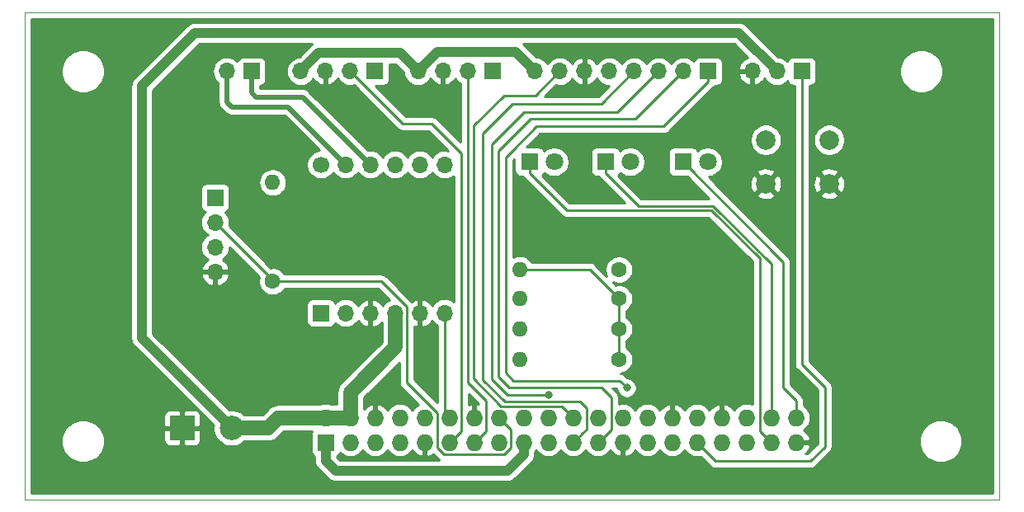
<source format=gtl>
%TF.GenerationSoftware,KiCad,Pcbnew,(5.1.2)-1*%
%TF.CreationDate,2019-07-30T19:12:15+02:00*%
%TF.ProjectId,F_rderband,46f67264-6572-4626-916e-642e6b696361,rev?*%
%TF.SameCoordinates,Original*%
%TF.FileFunction,Copper,L1,Top*%
%TF.FilePolarity,Positive*%
%FSLAX46Y46*%
G04 Gerber Fmt 4.6, Leading zero omitted, Abs format (unit mm)*
G04 Created by KiCad (PCBNEW (5.1.2)-1) date 2019-07-30 19:12:15*
%MOMM*%
%LPD*%
G04 APERTURE LIST*
%ADD10C,0.050000*%
%ADD11C,2.500000*%
%ADD12R,2.500000X2.500000*%
%ADD13O,1.700000X1.700000*%
%ADD14R,1.700000X1.700000*%
%ADD15O,1.600000X1.600000*%
%ADD16C,1.600000*%
%ADD17C,1.700000*%
%ADD18C,2.000000*%
%ADD19C,1.800000*%
%ADD20R,1.800000X1.800000*%
%ADD21O,1.727200X1.727200*%
%ADD22R,1.727200X1.727200*%
%ADD23C,0.800000*%
%ADD24C,1.000000*%
%ADD25C,0.250000*%
%ADD26C,1.500000*%
%ADD27C,0.500000*%
%ADD28C,0.254000*%
G04 APERTURE END LIST*
D10*
X90000000Y-90000000D02*
X90000000Y-140000000D01*
X190000000Y-90000000D02*
X90000000Y-90000000D01*
X190000000Y-140000000D02*
X190000000Y-90000000D01*
X90000000Y-140000000D02*
X190000000Y-140000000D01*
D11*
X111240000Y-132650000D03*
D12*
X106160000Y-132650000D03*
D13*
X130370000Y-96000000D03*
X132910000Y-96000000D03*
X135450000Y-96000000D03*
D14*
X137990000Y-96000000D03*
D13*
X118320000Y-96000000D03*
X120860000Y-96000000D03*
X123400000Y-96000000D03*
D14*
X125940000Y-96000000D03*
D15*
X115450000Y-107440000D03*
D16*
X115450000Y-117600000D03*
D13*
X133100000Y-105610000D03*
X130560000Y-105610000D03*
X128020000Y-105610000D03*
X125480000Y-105610000D03*
X122940000Y-105610000D03*
D17*
X120400000Y-105610000D03*
D13*
X133100000Y-120850000D03*
X130560000Y-120850000D03*
X128020000Y-120850000D03*
X125480000Y-120850000D03*
X122940000Y-120850000D03*
D14*
X120400000Y-120850000D03*
D13*
X109550000Y-116620000D03*
X109550000Y-114080000D03*
X109550000Y-111540000D03*
D14*
X109550000Y-109000000D03*
D18*
X172550000Y-103070000D03*
X172550000Y-107570000D03*
X166050000Y-103070000D03*
X166050000Y-107570000D03*
D15*
X140840000Y-116370000D03*
D16*
X151000000Y-116370000D03*
D15*
X140840000Y-125590000D03*
D16*
X151000000Y-125590000D03*
D15*
X140840000Y-122480000D03*
D16*
X151000000Y-122480000D03*
D15*
X140840000Y-119380000D03*
D16*
X151000000Y-119380000D03*
D13*
X164650000Y-96000000D03*
X167190000Y-96000000D03*
D14*
X169730000Y-96000000D03*
D13*
X142360000Y-96000000D03*
X144900000Y-96000000D03*
X147440000Y-96000000D03*
X149980000Y-96000000D03*
X152520000Y-96000000D03*
X155060000Y-96000000D03*
X157600000Y-96000000D03*
D14*
X160140000Y-96000000D03*
D13*
X110750000Y-96000000D03*
D14*
X113290000Y-96000000D03*
D19*
X160090000Y-105320000D03*
D20*
X157550000Y-105320000D03*
D19*
X152140000Y-105320000D03*
D20*
X149600000Y-105320000D03*
D19*
X144340000Y-105320000D03*
D20*
X141800000Y-105320000D03*
D21*
X169150000Y-131600000D03*
X169150000Y-134140000D03*
X166610000Y-131600000D03*
X166610000Y-134140000D03*
X164070000Y-131600000D03*
X164070000Y-134140000D03*
X161530000Y-131600000D03*
X161530000Y-134140000D03*
X158990000Y-131600000D03*
X158990000Y-134140000D03*
X156450000Y-131600000D03*
X156450000Y-134140000D03*
X153910000Y-131600000D03*
X153910000Y-134140000D03*
X151370000Y-131600000D03*
X151370000Y-134140000D03*
X148830000Y-131600000D03*
X148830000Y-134140000D03*
X146290000Y-131600000D03*
X146290000Y-134140000D03*
X143750000Y-131600000D03*
X143750000Y-134140000D03*
X141210000Y-131600000D03*
X141210000Y-134140000D03*
X138670000Y-131600000D03*
X138670000Y-134140000D03*
X136130000Y-131600000D03*
X136130000Y-134140000D03*
X133590000Y-131600000D03*
X133590000Y-134140000D03*
X131050000Y-131600000D03*
X131050000Y-134140000D03*
X128510000Y-131600000D03*
X128510000Y-134140000D03*
X125970000Y-131600000D03*
X125970000Y-134140000D03*
X123430000Y-131600000D03*
X123430000Y-134140000D03*
X120890000Y-131600000D03*
D22*
X120890000Y-134140000D03*
D23*
X151790000Y-128520000D03*
X143810000Y-129236386D03*
D24*
X129520001Y-95150001D02*
X130370000Y-96000000D01*
X128520000Y-94150000D02*
X129520001Y-95150001D01*
X120170000Y-94150000D02*
X128520000Y-94150000D01*
X118320000Y-96000000D02*
X120170000Y-94150000D01*
X130370000Y-96000000D02*
X132320000Y-94050000D01*
X140410000Y-94050000D02*
X142360000Y-96000000D01*
X132320000Y-94050000D02*
X140410000Y-94050000D01*
X120890000Y-136003600D02*
X120890000Y-134140000D01*
X121926400Y-137040000D02*
X120890000Y-136003600D01*
X139531314Y-137040000D02*
X121926400Y-137040000D01*
X141210000Y-134140000D02*
X141210000Y-135361314D01*
X141210000Y-135361314D02*
X139531314Y-137040000D01*
D25*
X151000000Y-122480000D02*
X151000000Y-125590000D01*
X151000000Y-121348630D02*
X151000000Y-119380000D01*
X151000000Y-122480000D02*
X151000000Y-121348630D01*
X147990000Y-116370000D02*
X151000000Y-119380000D01*
X140840000Y-116370000D02*
X147990000Y-116370000D01*
X133100000Y-131110000D02*
X133590000Y-131600000D01*
X133100000Y-120850000D02*
X133100000Y-131110000D01*
D26*
X111240000Y-132650000D02*
X114950000Y-132650000D01*
X116000000Y-131600000D02*
X120890000Y-131600000D01*
X114950000Y-132650000D02*
X116000000Y-131600000D01*
X120890000Y-131600000D02*
X123430000Y-131600000D01*
D24*
X167190000Y-96000000D02*
X163280000Y-92090000D01*
X163280000Y-92090000D02*
X107470000Y-92090000D01*
X107470000Y-92090000D02*
X102020000Y-97540000D01*
X102020000Y-123430000D02*
X111240000Y-132650000D01*
X102020000Y-97540000D02*
X102020000Y-123430000D01*
D26*
X123430000Y-131600000D02*
X123430000Y-128960000D01*
X128020000Y-124370000D02*
X128020000Y-120850000D01*
X123430000Y-128960000D02*
X128020000Y-124370000D01*
D27*
X117010000Y-99680000D02*
X122940000Y-105610000D01*
X111230000Y-99680000D02*
X117010000Y-99680000D01*
X110750000Y-99200000D02*
X111230000Y-99680000D01*
X110750000Y-96000000D02*
X110750000Y-99200000D01*
X113290000Y-96000000D02*
X113290000Y-98220000D01*
X113290000Y-98220000D02*
X113720000Y-98650000D01*
X118520000Y-98650000D02*
X125480000Y-105610000D01*
X113720000Y-98650000D02*
X118520000Y-98650000D01*
D25*
X166610000Y-134140000D02*
X165421399Y-132951399D01*
X165421399Y-132951399D02*
X165421399Y-115241399D01*
X165421399Y-115241399D02*
X160470000Y-110290000D01*
X160470000Y-110290000D02*
X145620000Y-110290000D01*
X145620000Y-110290000D02*
X141800000Y-106470000D01*
X141800000Y-106470000D02*
X141800000Y-105320000D01*
X160656400Y-109839989D02*
X152969989Y-109839989D01*
X149600000Y-106470000D02*
X149600000Y-105320000D01*
X152969989Y-109839989D02*
X149600000Y-106470000D01*
X166610000Y-131600000D02*
X166610000Y-115793590D01*
X166610000Y-115793590D02*
X160656400Y-109839989D01*
X169150000Y-131600000D02*
X169150000Y-129810000D01*
X167815000Y-128475000D02*
X167815000Y-115585000D01*
X169150000Y-129810000D02*
X167815000Y-128475000D01*
X167815000Y-115585000D02*
X157550000Y-105320000D01*
X129195001Y-127985871D02*
X129195001Y-120215001D01*
X132345435Y-131136305D02*
X129195001Y-127985871D01*
X138670000Y-131600000D02*
X139858601Y-132788601D01*
X139858601Y-132788601D02*
X139858601Y-134710529D01*
X139858601Y-134710529D02*
X139240529Y-135328601D01*
X139240529Y-135328601D02*
X133019471Y-135328601D01*
X133019471Y-135328601D02*
X132345435Y-134654565D01*
X132345435Y-134654565D02*
X132345435Y-131136305D01*
X126580000Y-117600000D02*
X128000000Y-119020000D01*
X115450000Y-117600000D02*
X126580000Y-117600000D01*
X129195001Y-120215001D02*
X128000000Y-119020000D01*
X115450000Y-117440000D02*
X115450000Y-117600000D01*
X109550000Y-111540000D02*
X115450000Y-117440000D01*
X155560000Y-101680000D02*
X160140000Y-97100000D01*
X142540000Y-101680000D02*
X155560000Y-101680000D01*
X140125001Y-104094999D02*
X142540000Y-101680000D01*
X160140000Y-97100000D02*
X160140000Y-96000000D01*
X140105001Y-104094999D02*
X140125001Y-104094999D01*
X139360000Y-104840000D02*
X139360000Y-127000000D01*
X139360000Y-104840000D02*
X140105001Y-104094999D01*
X151050000Y-127780000D02*
X151790000Y-128520000D01*
X140140000Y-127780000D02*
X151050000Y-127780000D01*
X139360000Y-127000000D02*
X140140000Y-127780000D01*
X149693599Y-133276401D02*
X148830000Y-134140000D01*
X150181399Y-132788601D02*
X149693599Y-133276401D01*
X149211376Y-128511376D02*
X150181399Y-129481399D01*
X157600000Y-96000000D02*
X152690000Y-100910000D01*
X152690000Y-100910000D02*
X141930000Y-100910000D01*
X150181399Y-129481399D02*
X150181399Y-132788601D01*
X141930000Y-100910000D02*
X138610000Y-104230000D01*
X138610000Y-104230000D02*
X138610000Y-127386410D01*
X138610000Y-127386410D02*
X139734965Y-128511376D01*
X139734965Y-128511376D02*
X149211376Y-128511376D01*
X145101399Y-130411399D02*
X146290000Y-131600000D01*
X144900000Y-96000000D02*
X142415000Y-98485000D01*
X142415000Y-98485000D02*
X139165000Y-98485000D01*
X139165000Y-98485000D02*
X136040000Y-101610000D01*
X136040000Y-101610000D02*
X136040000Y-127570000D01*
X136040000Y-127570000D02*
X138881399Y-130411399D01*
X138881399Y-130411399D02*
X145101399Y-130411399D01*
X147265000Y-133165000D02*
X146290000Y-134140000D01*
X147641399Y-132788601D02*
X147265000Y-133165000D01*
X147641399Y-130641399D02*
X147641399Y-132788601D01*
X152520000Y-96000000D02*
X149180011Y-99339989D01*
X146961388Y-129961388D02*
X147641399Y-130641399D01*
X149180011Y-99339989D02*
X140080011Y-99339989D01*
X140080011Y-99339989D02*
X137000000Y-102420000D01*
X137000000Y-102420000D02*
X137000000Y-127690000D01*
X137000000Y-127690000D02*
X139271388Y-129961388D01*
X139271388Y-129961388D02*
X146961388Y-129961388D01*
X139543564Y-129236386D02*
X143810000Y-129236386D01*
X137963589Y-127656411D02*
X139543564Y-129236386D01*
X137963589Y-103516411D02*
X137963589Y-127656411D01*
X141260000Y-100220000D02*
X137963589Y-103516411D01*
X150840000Y-100220000D02*
X141260000Y-100220000D01*
X155060000Y-96000000D02*
X150840000Y-100220000D01*
X137318601Y-132951399D02*
X136130000Y-134140000D01*
X137318601Y-129858601D02*
X137318601Y-132951399D01*
X135450000Y-127990000D02*
X137318601Y-129858601D01*
X135450000Y-96000000D02*
X135450000Y-127990000D01*
X134453599Y-133276401D02*
X133590000Y-134140000D01*
X123400000Y-96000000D02*
X128790000Y-101390000D01*
X128790000Y-101390000D02*
X131750000Y-101390000D01*
X131750000Y-101390000D02*
X134779945Y-104419945D01*
X134779945Y-132950055D02*
X134453599Y-133276401D01*
X134779945Y-104419945D02*
X134779945Y-132950055D01*
X169730000Y-126080000D02*
X169730000Y-96000000D01*
X158990000Y-134140000D02*
X160178601Y-135328601D01*
X160178601Y-135328601D02*
X160178601Y-135338601D01*
X160178601Y-135338601D02*
X160890000Y-136050000D01*
X172110000Y-134550000D02*
X170610000Y-136050000D01*
X172110000Y-128460000D02*
X172110000Y-134550000D01*
X160890000Y-136050000D02*
X170610000Y-136050000D01*
X172110000Y-128460000D02*
X169730000Y-126080000D01*
D28*
G36*
X189340000Y-139340000D02*
G01*
X90660000Y-139340000D01*
X90660000Y-133779872D01*
X93765000Y-133779872D01*
X93765000Y-134220128D01*
X93850890Y-134651925D01*
X94019369Y-135058669D01*
X94263962Y-135424729D01*
X94575271Y-135736038D01*
X94941331Y-135980631D01*
X95348075Y-136149110D01*
X95779872Y-136235000D01*
X96220128Y-136235000D01*
X96651925Y-136149110D01*
X97058669Y-135980631D01*
X97424729Y-135736038D01*
X97736038Y-135424729D01*
X97980631Y-135058669D01*
X98149110Y-134651925D01*
X98235000Y-134220128D01*
X98235000Y-133900000D01*
X104271928Y-133900000D01*
X104284188Y-134024482D01*
X104320498Y-134144180D01*
X104379463Y-134254494D01*
X104458815Y-134351185D01*
X104555506Y-134430537D01*
X104665820Y-134489502D01*
X104785518Y-134525812D01*
X104910000Y-134538072D01*
X105874250Y-134535000D01*
X106033000Y-134376250D01*
X106033000Y-132777000D01*
X106287000Y-132777000D01*
X106287000Y-134376250D01*
X106445750Y-134535000D01*
X107410000Y-134538072D01*
X107534482Y-134525812D01*
X107654180Y-134489502D01*
X107764494Y-134430537D01*
X107861185Y-134351185D01*
X107940537Y-134254494D01*
X107999502Y-134144180D01*
X108035812Y-134024482D01*
X108048072Y-133900000D01*
X108045000Y-132935750D01*
X107886250Y-132777000D01*
X106287000Y-132777000D01*
X106033000Y-132777000D01*
X104433750Y-132777000D01*
X104275000Y-132935750D01*
X104271928Y-133900000D01*
X98235000Y-133900000D01*
X98235000Y-133779872D01*
X98149110Y-133348075D01*
X97980631Y-132941331D01*
X97736038Y-132575271D01*
X97424729Y-132263962D01*
X97058669Y-132019369D01*
X96651925Y-131850890D01*
X96220128Y-131765000D01*
X95779872Y-131765000D01*
X95348075Y-131850890D01*
X94941331Y-132019369D01*
X94575271Y-132263962D01*
X94263962Y-132575271D01*
X94019369Y-132941331D01*
X93850890Y-133348075D01*
X93765000Y-133779872D01*
X90660000Y-133779872D01*
X90660000Y-131400000D01*
X104271928Y-131400000D01*
X104275000Y-132364250D01*
X104433750Y-132523000D01*
X106033000Y-132523000D01*
X106033000Y-130923750D01*
X106287000Y-130923750D01*
X106287000Y-132523000D01*
X107886250Y-132523000D01*
X108045000Y-132364250D01*
X108048072Y-131400000D01*
X108035812Y-131275518D01*
X107999502Y-131155820D01*
X107940537Y-131045506D01*
X107861185Y-130948815D01*
X107764494Y-130869463D01*
X107654180Y-130810498D01*
X107534482Y-130774188D01*
X107410000Y-130761928D01*
X106445750Y-130765000D01*
X106287000Y-130923750D01*
X106033000Y-130923750D01*
X105874250Y-130765000D01*
X104910000Y-130761928D01*
X104785518Y-130774188D01*
X104665820Y-130810498D01*
X104555506Y-130869463D01*
X104458815Y-130948815D01*
X104379463Y-131045506D01*
X104320498Y-131155820D01*
X104284188Y-131275518D01*
X104271928Y-131400000D01*
X90660000Y-131400000D01*
X90660000Y-95779872D01*
X93765000Y-95779872D01*
X93765000Y-96220128D01*
X93850890Y-96651925D01*
X94019369Y-97058669D01*
X94263962Y-97424729D01*
X94575271Y-97736038D01*
X94941331Y-97980631D01*
X95348075Y-98149110D01*
X95779872Y-98235000D01*
X96220128Y-98235000D01*
X96651925Y-98149110D01*
X97058669Y-97980631D01*
X97424729Y-97736038D01*
X97620767Y-97540000D01*
X100879509Y-97540000D01*
X100885000Y-97595751D01*
X100885001Y-123374238D01*
X100879509Y-123430000D01*
X100901423Y-123652498D01*
X100966324Y-123866446D01*
X100966325Y-123866447D01*
X101071717Y-124063623D01*
X101213552Y-124236449D01*
X101256860Y-124271991D01*
X109370631Y-132385763D01*
X109355000Y-132464344D01*
X109355000Y-132835656D01*
X109427439Y-133199834D01*
X109569534Y-133542882D01*
X109775825Y-133851618D01*
X110038382Y-134114175D01*
X110347118Y-134320466D01*
X110690166Y-134462561D01*
X111054344Y-134535000D01*
X111425656Y-134535000D01*
X111789834Y-134462561D01*
X112132882Y-134320466D01*
X112441618Y-134114175D01*
X112520793Y-134035000D01*
X114881971Y-134035000D01*
X114950000Y-134041700D01*
X115018029Y-134035000D01*
X115018037Y-134035000D01*
X115221507Y-134014960D01*
X115482581Y-133935764D01*
X115723188Y-133807157D01*
X115934081Y-133634081D01*
X115977454Y-133581231D01*
X116573686Y-132985000D01*
X119462138Y-132985000D01*
X119436898Y-133032220D01*
X119400588Y-133151918D01*
X119388328Y-133276400D01*
X119388328Y-135003600D01*
X119400588Y-135128082D01*
X119436898Y-135247780D01*
X119495863Y-135358094D01*
X119575215Y-135454785D01*
X119671906Y-135534137D01*
X119755000Y-135578553D01*
X119755000Y-135947848D01*
X119749509Y-136003600D01*
X119755000Y-136059351D01*
X119771423Y-136226098D01*
X119836324Y-136440046D01*
X119941716Y-136637223D01*
X120083551Y-136810049D01*
X120126864Y-136845596D01*
X121084408Y-137803140D01*
X121119951Y-137846449D01*
X121292777Y-137988284D01*
X121489953Y-138093676D01*
X121703901Y-138158577D01*
X121926400Y-138180491D01*
X121982151Y-138175000D01*
X139475563Y-138175000D01*
X139531314Y-138180491D01*
X139587065Y-138175000D01*
X139587066Y-138175000D01*
X139753813Y-138158577D01*
X139967761Y-138093676D01*
X140164937Y-137988284D01*
X140337763Y-137846449D01*
X140373309Y-137803136D01*
X141973146Y-136203301D01*
X142016449Y-136167763D01*
X142070192Y-136102278D01*
X142158284Y-135994937D01*
X142263676Y-135797761D01*
X142328577Y-135583813D01*
X142339411Y-135473817D01*
X142345000Y-135417066D01*
X142350491Y-135361314D01*
X142345000Y-135305562D01*
X142345000Y-135119255D01*
X142462069Y-134976606D01*
X142480000Y-134943060D01*
X142497931Y-134976606D01*
X142685203Y-135204797D01*
X142913394Y-135392069D01*
X143173736Y-135531225D01*
X143456223Y-135616916D01*
X143676381Y-135638600D01*
X143823619Y-135638600D01*
X144043777Y-135616916D01*
X144326264Y-135531225D01*
X144586606Y-135392069D01*
X144814797Y-135204797D01*
X145002069Y-134976606D01*
X145020000Y-134943060D01*
X145037931Y-134976606D01*
X145225203Y-135204797D01*
X145453394Y-135392069D01*
X145713736Y-135531225D01*
X145996223Y-135616916D01*
X146216381Y-135638600D01*
X146363619Y-135638600D01*
X146583777Y-135616916D01*
X146866264Y-135531225D01*
X147126606Y-135392069D01*
X147354797Y-135204797D01*
X147542069Y-134976606D01*
X147560000Y-134943060D01*
X147577931Y-134976606D01*
X147765203Y-135204797D01*
X147993394Y-135392069D01*
X148253736Y-135531225D01*
X148536223Y-135616916D01*
X148756381Y-135638600D01*
X148903619Y-135638600D01*
X149123777Y-135616916D01*
X149406264Y-135531225D01*
X149666606Y-135392069D01*
X149894797Y-135204797D01*
X150082069Y-134976606D01*
X150105863Y-134932090D01*
X150163183Y-135028488D01*
X150359707Y-135246854D01*
X150595056Y-135422684D01*
X150860186Y-135549222D01*
X151010974Y-135594958D01*
X151243000Y-135473817D01*
X151243000Y-134267000D01*
X151223000Y-134267000D01*
X151223000Y-134013000D01*
X151243000Y-134013000D01*
X151243000Y-133993000D01*
X151497000Y-133993000D01*
X151497000Y-134013000D01*
X151517000Y-134013000D01*
X151517000Y-134267000D01*
X151497000Y-134267000D01*
X151497000Y-135473817D01*
X151729026Y-135594958D01*
X151879814Y-135549222D01*
X152144944Y-135422684D01*
X152380293Y-135246854D01*
X152576817Y-135028488D01*
X152634137Y-134932090D01*
X152657931Y-134976606D01*
X152845203Y-135204797D01*
X153073394Y-135392069D01*
X153333736Y-135531225D01*
X153616223Y-135616916D01*
X153836381Y-135638600D01*
X153983619Y-135638600D01*
X154203777Y-135616916D01*
X154486264Y-135531225D01*
X154746606Y-135392069D01*
X154974797Y-135204797D01*
X155162069Y-134976606D01*
X155180000Y-134943060D01*
X155197931Y-134976606D01*
X155385203Y-135204797D01*
X155613394Y-135392069D01*
X155873736Y-135531225D01*
X156156223Y-135616916D01*
X156376381Y-135638600D01*
X156523619Y-135638600D01*
X156743777Y-135616916D01*
X157026264Y-135531225D01*
X157286606Y-135392069D01*
X157514797Y-135204797D01*
X157702069Y-134976606D01*
X157720000Y-134943060D01*
X157737931Y-134976606D01*
X157925203Y-135204797D01*
X158153394Y-135392069D01*
X158413736Y-135531225D01*
X158696223Y-135616916D01*
X158916381Y-135638600D01*
X159063619Y-135638600D01*
X159283777Y-135616916D01*
X159366899Y-135591701D01*
X159569036Y-135793838D01*
X159638600Y-135878602D01*
X159667602Y-135902403D01*
X160326201Y-136561002D01*
X160349999Y-136590001D01*
X160378997Y-136613799D01*
X160465723Y-136684974D01*
X160597753Y-136755546D01*
X160741014Y-136799003D01*
X160852667Y-136810000D01*
X160852676Y-136810000D01*
X160889999Y-136813676D01*
X160927322Y-136810000D01*
X170572678Y-136810000D01*
X170610000Y-136813676D01*
X170647322Y-136810000D01*
X170647333Y-136810000D01*
X170758986Y-136799003D01*
X170902247Y-136755546D01*
X171034276Y-136684974D01*
X171150001Y-136590001D01*
X171173804Y-136560997D01*
X172621003Y-135113799D01*
X172650001Y-135090001D01*
X172744974Y-134974276D01*
X172815546Y-134842247D01*
X172859003Y-134698986D01*
X172870000Y-134587333D01*
X172870000Y-134587324D01*
X172873676Y-134550001D01*
X172870000Y-134512678D01*
X172870000Y-133779872D01*
X181765000Y-133779872D01*
X181765000Y-134220128D01*
X181850890Y-134651925D01*
X182019369Y-135058669D01*
X182263962Y-135424729D01*
X182575271Y-135736038D01*
X182941331Y-135980631D01*
X183348075Y-136149110D01*
X183779872Y-136235000D01*
X184220128Y-136235000D01*
X184651925Y-136149110D01*
X185058669Y-135980631D01*
X185424729Y-135736038D01*
X185736038Y-135424729D01*
X185980631Y-135058669D01*
X186149110Y-134651925D01*
X186235000Y-134220128D01*
X186235000Y-133779872D01*
X186149110Y-133348075D01*
X185980631Y-132941331D01*
X185736038Y-132575271D01*
X185424729Y-132263962D01*
X185058669Y-132019369D01*
X184651925Y-131850890D01*
X184220128Y-131765000D01*
X183779872Y-131765000D01*
X183348075Y-131850890D01*
X182941331Y-132019369D01*
X182575271Y-132263962D01*
X182263962Y-132575271D01*
X182019369Y-132941331D01*
X181850890Y-133348075D01*
X181765000Y-133779872D01*
X172870000Y-133779872D01*
X172870000Y-128497322D01*
X172873676Y-128459999D01*
X172870000Y-128422676D01*
X172870000Y-128422667D01*
X172859003Y-128311014D01*
X172815546Y-128167753D01*
X172744974Y-128035724D01*
X172650001Y-127919999D01*
X172621004Y-127896202D01*
X170490000Y-125765199D01*
X170490000Y-108705413D01*
X171594192Y-108705413D01*
X171689956Y-108969814D01*
X171979571Y-109110704D01*
X172291108Y-109192384D01*
X172612595Y-109211718D01*
X172931675Y-109167961D01*
X173236088Y-109062795D01*
X173410044Y-108969814D01*
X173505808Y-108705413D01*
X172550000Y-107749605D01*
X171594192Y-108705413D01*
X170490000Y-108705413D01*
X170490000Y-107632595D01*
X170908282Y-107632595D01*
X170952039Y-107951675D01*
X171057205Y-108256088D01*
X171150186Y-108430044D01*
X171414587Y-108525808D01*
X172370395Y-107570000D01*
X172729605Y-107570000D01*
X173685413Y-108525808D01*
X173949814Y-108430044D01*
X174090704Y-108140429D01*
X174172384Y-107828892D01*
X174191718Y-107507405D01*
X174147961Y-107188325D01*
X174042795Y-106883912D01*
X173949814Y-106709956D01*
X173685413Y-106614192D01*
X172729605Y-107570000D01*
X172370395Y-107570000D01*
X171414587Y-106614192D01*
X171150186Y-106709956D01*
X171009296Y-106999571D01*
X170927616Y-107311108D01*
X170908282Y-107632595D01*
X170490000Y-107632595D01*
X170490000Y-106434587D01*
X171594192Y-106434587D01*
X172550000Y-107390395D01*
X173505808Y-106434587D01*
X173410044Y-106170186D01*
X173120429Y-106029296D01*
X172808892Y-105947616D01*
X172487405Y-105928282D01*
X172168325Y-105972039D01*
X171863912Y-106077205D01*
X171689956Y-106170186D01*
X171594192Y-106434587D01*
X170490000Y-106434587D01*
X170490000Y-102908967D01*
X170915000Y-102908967D01*
X170915000Y-103231033D01*
X170977832Y-103546912D01*
X171101082Y-103844463D01*
X171280013Y-104112252D01*
X171507748Y-104339987D01*
X171775537Y-104518918D01*
X172073088Y-104642168D01*
X172388967Y-104705000D01*
X172711033Y-104705000D01*
X173026912Y-104642168D01*
X173324463Y-104518918D01*
X173592252Y-104339987D01*
X173819987Y-104112252D01*
X173998918Y-103844463D01*
X174122168Y-103546912D01*
X174185000Y-103231033D01*
X174185000Y-102908967D01*
X174122168Y-102593088D01*
X173998918Y-102295537D01*
X173819987Y-102027748D01*
X173592252Y-101800013D01*
X173324463Y-101621082D01*
X173026912Y-101497832D01*
X172711033Y-101435000D01*
X172388967Y-101435000D01*
X172073088Y-101497832D01*
X171775537Y-101621082D01*
X171507748Y-101800013D01*
X171280013Y-102027748D01*
X171101082Y-102295537D01*
X170977832Y-102593088D01*
X170915000Y-102908967D01*
X170490000Y-102908967D01*
X170490000Y-97488072D01*
X170580000Y-97488072D01*
X170704482Y-97475812D01*
X170824180Y-97439502D01*
X170934494Y-97380537D01*
X171031185Y-97301185D01*
X171110537Y-97204494D01*
X171169502Y-97094180D01*
X171205812Y-96974482D01*
X171218072Y-96850000D01*
X171218072Y-95779872D01*
X179765000Y-95779872D01*
X179765000Y-96220128D01*
X179850890Y-96651925D01*
X180019369Y-97058669D01*
X180263962Y-97424729D01*
X180575271Y-97736038D01*
X180941331Y-97980631D01*
X181348075Y-98149110D01*
X181779872Y-98235000D01*
X182220128Y-98235000D01*
X182651925Y-98149110D01*
X183058669Y-97980631D01*
X183424729Y-97736038D01*
X183736038Y-97424729D01*
X183980631Y-97058669D01*
X184149110Y-96651925D01*
X184235000Y-96220128D01*
X184235000Y-95779872D01*
X184149110Y-95348075D01*
X183980631Y-94941331D01*
X183736038Y-94575271D01*
X183424729Y-94263962D01*
X183058669Y-94019369D01*
X182651925Y-93850890D01*
X182220128Y-93765000D01*
X181779872Y-93765000D01*
X181348075Y-93850890D01*
X180941331Y-94019369D01*
X180575271Y-94263962D01*
X180263962Y-94575271D01*
X180019369Y-94941331D01*
X179850890Y-95348075D01*
X179765000Y-95779872D01*
X171218072Y-95779872D01*
X171218072Y-95150000D01*
X171205812Y-95025518D01*
X171169502Y-94905820D01*
X171110537Y-94795506D01*
X171031185Y-94698815D01*
X170934494Y-94619463D01*
X170824180Y-94560498D01*
X170704482Y-94524188D01*
X170580000Y-94511928D01*
X168880000Y-94511928D01*
X168755518Y-94524188D01*
X168635820Y-94560498D01*
X168525506Y-94619463D01*
X168428815Y-94698815D01*
X168349463Y-94795506D01*
X168290498Y-94905820D01*
X168269607Y-94974687D01*
X168245134Y-94944866D01*
X168019014Y-94759294D01*
X167761034Y-94621401D01*
X167481111Y-94536487D01*
X167315287Y-94520155D01*
X164121996Y-91326865D01*
X164086449Y-91283551D01*
X163913623Y-91141716D01*
X163716447Y-91036324D01*
X163502499Y-90971423D01*
X163335752Y-90955000D01*
X163335751Y-90955000D01*
X163280000Y-90949509D01*
X163224249Y-90955000D01*
X107525751Y-90955000D01*
X107470000Y-90949509D01*
X107414248Y-90955000D01*
X107247501Y-90971423D01*
X107033553Y-91036324D01*
X106836377Y-91141716D01*
X106663551Y-91283551D01*
X106628009Y-91326859D01*
X101256865Y-96698004D01*
X101213551Y-96733551D01*
X101071716Y-96906377D01*
X100969513Y-97097588D01*
X100966324Y-97103554D01*
X100901423Y-97317502D01*
X100879509Y-97540000D01*
X97620767Y-97540000D01*
X97736038Y-97424729D01*
X97980631Y-97058669D01*
X98149110Y-96651925D01*
X98235000Y-96220128D01*
X98235000Y-95779872D01*
X98149110Y-95348075D01*
X97980631Y-94941331D01*
X97736038Y-94575271D01*
X97424729Y-94263962D01*
X97058669Y-94019369D01*
X96651925Y-93850890D01*
X96220128Y-93765000D01*
X95779872Y-93765000D01*
X95348075Y-93850890D01*
X94941331Y-94019369D01*
X94575271Y-94263962D01*
X94263962Y-94575271D01*
X94019369Y-94941331D01*
X93850890Y-95348075D01*
X93765000Y-95779872D01*
X90660000Y-95779872D01*
X90660000Y-90660000D01*
X189340001Y-90660000D01*
X189340000Y-139340000D01*
X189340000Y-139340000D01*
G37*
X189340000Y-139340000D02*
X90660000Y-139340000D01*
X90660000Y-133779872D01*
X93765000Y-133779872D01*
X93765000Y-134220128D01*
X93850890Y-134651925D01*
X94019369Y-135058669D01*
X94263962Y-135424729D01*
X94575271Y-135736038D01*
X94941331Y-135980631D01*
X95348075Y-136149110D01*
X95779872Y-136235000D01*
X96220128Y-136235000D01*
X96651925Y-136149110D01*
X97058669Y-135980631D01*
X97424729Y-135736038D01*
X97736038Y-135424729D01*
X97980631Y-135058669D01*
X98149110Y-134651925D01*
X98235000Y-134220128D01*
X98235000Y-133900000D01*
X104271928Y-133900000D01*
X104284188Y-134024482D01*
X104320498Y-134144180D01*
X104379463Y-134254494D01*
X104458815Y-134351185D01*
X104555506Y-134430537D01*
X104665820Y-134489502D01*
X104785518Y-134525812D01*
X104910000Y-134538072D01*
X105874250Y-134535000D01*
X106033000Y-134376250D01*
X106033000Y-132777000D01*
X106287000Y-132777000D01*
X106287000Y-134376250D01*
X106445750Y-134535000D01*
X107410000Y-134538072D01*
X107534482Y-134525812D01*
X107654180Y-134489502D01*
X107764494Y-134430537D01*
X107861185Y-134351185D01*
X107940537Y-134254494D01*
X107999502Y-134144180D01*
X108035812Y-134024482D01*
X108048072Y-133900000D01*
X108045000Y-132935750D01*
X107886250Y-132777000D01*
X106287000Y-132777000D01*
X106033000Y-132777000D01*
X104433750Y-132777000D01*
X104275000Y-132935750D01*
X104271928Y-133900000D01*
X98235000Y-133900000D01*
X98235000Y-133779872D01*
X98149110Y-133348075D01*
X97980631Y-132941331D01*
X97736038Y-132575271D01*
X97424729Y-132263962D01*
X97058669Y-132019369D01*
X96651925Y-131850890D01*
X96220128Y-131765000D01*
X95779872Y-131765000D01*
X95348075Y-131850890D01*
X94941331Y-132019369D01*
X94575271Y-132263962D01*
X94263962Y-132575271D01*
X94019369Y-132941331D01*
X93850890Y-133348075D01*
X93765000Y-133779872D01*
X90660000Y-133779872D01*
X90660000Y-131400000D01*
X104271928Y-131400000D01*
X104275000Y-132364250D01*
X104433750Y-132523000D01*
X106033000Y-132523000D01*
X106033000Y-130923750D01*
X106287000Y-130923750D01*
X106287000Y-132523000D01*
X107886250Y-132523000D01*
X108045000Y-132364250D01*
X108048072Y-131400000D01*
X108035812Y-131275518D01*
X107999502Y-131155820D01*
X107940537Y-131045506D01*
X107861185Y-130948815D01*
X107764494Y-130869463D01*
X107654180Y-130810498D01*
X107534482Y-130774188D01*
X107410000Y-130761928D01*
X106445750Y-130765000D01*
X106287000Y-130923750D01*
X106033000Y-130923750D01*
X105874250Y-130765000D01*
X104910000Y-130761928D01*
X104785518Y-130774188D01*
X104665820Y-130810498D01*
X104555506Y-130869463D01*
X104458815Y-130948815D01*
X104379463Y-131045506D01*
X104320498Y-131155820D01*
X104284188Y-131275518D01*
X104271928Y-131400000D01*
X90660000Y-131400000D01*
X90660000Y-95779872D01*
X93765000Y-95779872D01*
X93765000Y-96220128D01*
X93850890Y-96651925D01*
X94019369Y-97058669D01*
X94263962Y-97424729D01*
X94575271Y-97736038D01*
X94941331Y-97980631D01*
X95348075Y-98149110D01*
X95779872Y-98235000D01*
X96220128Y-98235000D01*
X96651925Y-98149110D01*
X97058669Y-97980631D01*
X97424729Y-97736038D01*
X97620767Y-97540000D01*
X100879509Y-97540000D01*
X100885000Y-97595751D01*
X100885001Y-123374238D01*
X100879509Y-123430000D01*
X100901423Y-123652498D01*
X100966324Y-123866446D01*
X100966325Y-123866447D01*
X101071717Y-124063623D01*
X101213552Y-124236449D01*
X101256860Y-124271991D01*
X109370631Y-132385763D01*
X109355000Y-132464344D01*
X109355000Y-132835656D01*
X109427439Y-133199834D01*
X109569534Y-133542882D01*
X109775825Y-133851618D01*
X110038382Y-134114175D01*
X110347118Y-134320466D01*
X110690166Y-134462561D01*
X111054344Y-134535000D01*
X111425656Y-134535000D01*
X111789834Y-134462561D01*
X112132882Y-134320466D01*
X112441618Y-134114175D01*
X112520793Y-134035000D01*
X114881971Y-134035000D01*
X114950000Y-134041700D01*
X115018029Y-134035000D01*
X115018037Y-134035000D01*
X115221507Y-134014960D01*
X115482581Y-133935764D01*
X115723188Y-133807157D01*
X115934081Y-133634081D01*
X115977454Y-133581231D01*
X116573686Y-132985000D01*
X119462138Y-132985000D01*
X119436898Y-133032220D01*
X119400588Y-133151918D01*
X119388328Y-133276400D01*
X119388328Y-135003600D01*
X119400588Y-135128082D01*
X119436898Y-135247780D01*
X119495863Y-135358094D01*
X119575215Y-135454785D01*
X119671906Y-135534137D01*
X119755000Y-135578553D01*
X119755000Y-135947848D01*
X119749509Y-136003600D01*
X119755000Y-136059351D01*
X119771423Y-136226098D01*
X119836324Y-136440046D01*
X119941716Y-136637223D01*
X120083551Y-136810049D01*
X120126864Y-136845596D01*
X121084408Y-137803140D01*
X121119951Y-137846449D01*
X121292777Y-137988284D01*
X121489953Y-138093676D01*
X121703901Y-138158577D01*
X121926400Y-138180491D01*
X121982151Y-138175000D01*
X139475563Y-138175000D01*
X139531314Y-138180491D01*
X139587065Y-138175000D01*
X139587066Y-138175000D01*
X139753813Y-138158577D01*
X139967761Y-138093676D01*
X140164937Y-137988284D01*
X140337763Y-137846449D01*
X140373309Y-137803136D01*
X141973146Y-136203301D01*
X142016449Y-136167763D01*
X142070192Y-136102278D01*
X142158284Y-135994937D01*
X142263676Y-135797761D01*
X142328577Y-135583813D01*
X142339411Y-135473817D01*
X142345000Y-135417066D01*
X142350491Y-135361314D01*
X142345000Y-135305562D01*
X142345000Y-135119255D01*
X142462069Y-134976606D01*
X142480000Y-134943060D01*
X142497931Y-134976606D01*
X142685203Y-135204797D01*
X142913394Y-135392069D01*
X143173736Y-135531225D01*
X143456223Y-135616916D01*
X143676381Y-135638600D01*
X143823619Y-135638600D01*
X144043777Y-135616916D01*
X144326264Y-135531225D01*
X144586606Y-135392069D01*
X144814797Y-135204797D01*
X145002069Y-134976606D01*
X145020000Y-134943060D01*
X145037931Y-134976606D01*
X145225203Y-135204797D01*
X145453394Y-135392069D01*
X145713736Y-135531225D01*
X145996223Y-135616916D01*
X146216381Y-135638600D01*
X146363619Y-135638600D01*
X146583777Y-135616916D01*
X146866264Y-135531225D01*
X147126606Y-135392069D01*
X147354797Y-135204797D01*
X147542069Y-134976606D01*
X147560000Y-134943060D01*
X147577931Y-134976606D01*
X147765203Y-135204797D01*
X147993394Y-135392069D01*
X148253736Y-135531225D01*
X148536223Y-135616916D01*
X148756381Y-135638600D01*
X148903619Y-135638600D01*
X149123777Y-135616916D01*
X149406264Y-135531225D01*
X149666606Y-135392069D01*
X149894797Y-135204797D01*
X150082069Y-134976606D01*
X150105863Y-134932090D01*
X150163183Y-135028488D01*
X150359707Y-135246854D01*
X150595056Y-135422684D01*
X150860186Y-135549222D01*
X151010974Y-135594958D01*
X151243000Y-135473817D01*
X151243000Y-134267000D01*
X151223000Y-134267000D01*
X151223000Y-134013000D01*
X151243000Y-134013000D01*
X151243000Y-133993000D01*
X151497000Y-133993000D01*
X151497000Y-134013000D01*
X151517000Y-134013000D01*
X151517000Y-134267000D01*
X151497000Y-134267000D01*
X151497000Y-135473817D01*
X151729026Y-135594958D01*
X151879814Y-135549222D01*
X152144944Y-135422684D01*
X152380293Y-135246854D01*
X152576817Y-135028488D01*
X152634137Y-134932090D01*
X152657931Y-134976606D01*
X152845203Y-135204797D01*
X153073394Y-135392069D01*
X153333736Y-135531225D01*
X153616223Y-135616916D01*
X153836381Y-135638600D01*
X153983619Y-135638600D01*
X154203777Y-135616916D01*
X154486264Y-135531225D01*
X154746606Y-135392069D01*
X154974797Y-135204797D01*
X155162069Y-134976606D01*
X155180000Y-134943060D01*
X155197931Y-134976606D01*
X155385203Y-135204797D01*
X155613394Y-135392069D01*
X155873736Y-135531225D01*
X156156223Y-135616916D01*
X156376381Y-135638600D01*
X156523619Y-135638600D01*
X156743777Y-135616916D01*
X157026264Y-135531225D01*
X157286606Y-135392069D01*
X157514797Y-135204797D01*
X157702069Y-134976606D01*
X157720000Y-134943060D01*
X157737931Y-134976606D01*
X157925203Y-135204797D01*
X158153394Y-135392069D01*
X158413736Y-135531225D01*
X158696223Y-135616916D01*
X158916381Y-135638600D01*
X159063619Y-135638600D01*
X159283777Y-135616916D01*
X159366899Y-135591701D01*
X159569036Y-135793838D01*
X159638600Y-135878602D01*
X159667602Y-135902403D01*
X160326201Y-136561002D01*
X160349999Y-136590001D01*
X160378997Y-136613799D01*
X160465723Y-136684974D01*
X160597753Y-136755546D01*
X160741014Y-136799003D01*
X160852667Y-136810000D01*
X160852676Y-136810000D01*
X160889999Y-136813676D01*
X160927322Y-136810000D01*
X170572678Y-136810000D01*
X170610000Y-136813676D01*
X170647322Y-136810000D01*
X170647333Y-136810000D01*
X170758986Y-136799003D01*
X170902247Y-136755546D01*
X171034276Y-136684974D01*
X171150001Y-136590001D01*
X171173804Y-136560997D01*
X172621003Y-135113799D01*
X172650001Y-135090001D01*
X172744974Y-134974276D01*
X172815546Y-134842247D01*
X172859003Y-134698986D01*
X172870000Y-134587333D01*
X172870000Y-134587324D01*
X172873676Y-134550001D01*
X172870000Y-134512678D01*
X172870000Y-133779872D01*
X181765000Y-133779872D01*
X181765000Y-134220128D01*
X181850890Y-134651925D01*
X182019369Y-135058669D01*
X182263962Y-135424729D01*
X182575271Y-135736038D01*
X182941331Y-135980631D01*
X183348075Y-136149110D01*
X183779872Y-136235000D01*
X184220128Y-136235000D01*
X184651925Y-136149110D01*
X185058669Y-135980631D01*
X185424729Y-135736038D01*
X185736038Y-135424729D01*
X185980631Y-135058669D01*
X186149110Y-134651925D01*
X186235000Y-134220128D01*
X186235000Y-133779872D01*
X186149110Y-133348075D01*
X185980631Y-132941331D01*
X185736038Y-132575271D01*
X185424729Y-132263962D01*
X185058669Y-132019369D01*
X184651925Y-131850890D01*
X184220128Y-131765000D01*
X183779872Y-131765000D01*
X183348075Y-131850890D01*
X182941331Y-132019369D01*
X182575271Y-132263962D01*
X182263962Y-132575271D01*
X182019369Y-132941331D01*
X181850890Y-133348075D01*
X181765000Y-133779872D01*
X172870000Y-133779872D01*
X172870000Y-128497322D01*
X172873676Y-128459999D01*
X172870000Y-128422676D01*
X172870000Y-128422667D01*
X172859003Y-128311014D01*
X172815546Y-128167753D01*
X172744974Y-128035724D01*
X172650001Y-127919999D01*
X172621004Y-127896202D01*
X170490000Y-125765199D01*
X170490000Y-108705413D01*
X171594192Y-108705413D01*
X171689956Y-108969814D01*
X171979571Y-109110704D01*
X172291108Y-109192384D01*
X172612595Y-109211718D01*
X172931675Y-109167961D01*
X173236088Y-109062795D01*
X173410044Y-108969814D01*
X173505808Y-108705413D01*
X172550000Y-107749605D01*
X171594192Y-108705413D01*
X170490000Y-108705413D01*
X170490000Y-107632595D01*
X170908282Y-107632595D01*
X170952039Y-107951675D01*
X171057205Y-108256088D01*
X171150186Y-108430044D01*
X171414587Y-108525808D01*
X172370395Y-107570000D01*
X172729605Y-107570000D01*
X173685413Y-108525808D01*
X173949814Y-108430044D01*
X174090704Y-108140429D01*
X174172384Y-107828892D01*
X174191718Y-107507405D01*
X174147961Y-107188325D01*
X174042795Y-106883912D01*
X173949814Y-106709956D01*
X173685413Y-106614192D01*
X172729605Y-107570000D01*
X172370395Y-107570000D01*
X171414587Y-106614192D01*
X171150186Y-106709956D01*
X171009296Y-106999571D01*
X170927616Y-107311108D01*
X170908282Y-107632595D01*
X170490000Y-107632595D01*
X170490000Y-106434587D01*
X171594192Y-106434587D01*
X172550000Y-107390395D01*
X173505808Y-106434587D01*
X173410044Y-106170186D01*
X173120429Y-106029296D01*
X172808892Y-105947616D01*
X172487405Y-105928282D01*
X172168325Y-105972039D01*
X171863912Y-106077205D01*
X171689956Y-106170186D01*
X171594192Y-106434587D01*
X170490000Y-106434587D01*
X170490000Y-102908967D01*
X170915000Y-102908967D01*
X170915000Y-103231033D01*
X170977832Y-103546912D01*
X171101082Y-103844463D01*
X171280013Y-104112252D01*
X171507748Y-104339987D01*
X171775537Y-104518918D01*
X172073088Y-104642168D01*
X172388967Y-104705000D01*
X172711033Y-104705000D01*
X173026912Y-104642168D01*
X173324463Y-104518918D01*
X173592252Y-104339987D01*
X173819987Y-104112252D01*
X173998918Y-103844463D01*
X174122168Y-103546912D01*
X174185000Y-103231033D01*
X174185000Y-102908967D01*
X174122168Y-102593088D01*
X173998918Y-102295537D01*
X173819987Y-102027748D01*
X173592252Y-101800013D01*
X173324463Y-101621082D01*
X173026912Y-101497832D01*
X172711033Y-101435000D01*
X172388967Y-101435000D01*
X172073088Y-101497832D01*
X171775537Y-101621082D01*
X171507748Y-101800013D01*
X171280013Y-102027748D01*
X171101082Y-102295537D01*
X170977832Y-102593088D01*
X170915000Y-102908967D01*
X170490000Y-102908967D01*
X170490000Y-97488072D01*
X170580000Y-97488072D01*
X170704482Y-97475812D01*
X170824180Y-97439502D01*
X170934494Y-97380537D01*
X171031185Y-97301185D01*
X171110537Y-97204494D01*
X171169502Y-97094180D01*
X171205812Y-96974482D01*
X171218072Y-96850000D01*
X171218072Y-95779872D01*
X179765000Y-95779872D01*
X179765000Y-96220128D01*
X179850890Y-96651925D01*
X180019369Y-97058669D01*
X180263962Y-97424729D01*
X180575271Y-97736038D01*
X180941331Y-97980631D01*
X181348075Y-98149110D01*
X181779872Y-98235000D01*
X182220128Y-98235000D01*
X182651925Y-98149110D01*
X183058669Y-97980631D01*
X183424729Y-97736038D01*
X183736038Y-97424729D01*
X183980631Y-97058669D01*
X184149110Y-96651925D01*
X184235000Y-96220128D01*
X184235000Y-95779872D01*
X184149110Y-95348075D01*
X183980631Y-94941331D01*
X183736038Y-94575271D01*
X183424729Y-94263962D01*
X183058669Y-94019369D01*
X182651925Y-93850890D01*
X182220128Y-93765000D01*
X181779872Y-93765000D01*
X181348075Y-93850890D01*
X180941331Y-94019369D01*
X180575271Y-94263962D01*
X180263962Y-94575271D01*
X180019369Y-94941331D01*
X179850890Y-95348075D01*
X179765000Y-95779872D01*
X171218072Y-95779872D01*
X171218072Y-95150000D01*
X171205812Y-95025518D01*
X171169502Y-94905820D01*
X171110537Y-94795506D01*
X171031185Y-94698815D01*
X170934494Y-94619463D01*
X170824180Y-94560498D01*
X170704482Y-94524188D01*
X170580000Y-94511928D01*
X168880000Y-94511928D01*
X168755518Y-94524188D01*
X168635820Y-94560498D01*
X168525506Y-94619463D01*
X168428815Y-94698815D01*
X168349463Y-94795506D01*
X168290498Y-94905820D01*
X168269607Y-94974687D01*
X168245134Y-94944866D01*
X168019014Y-94759294D01*
X167761034Y-94621401D01*
X167481111Y-94536487D01*
X167315287Y-94520155D01*
X164121996Y-91326865D01*
X164086449Y-91283551D01*
X163913623Y-91141716D01*
X163716447Y-91036324D01*
X163502499Y-90971423D01*
X163335752Y-90955000D01*
X163335751Y-90955000D01*
X163280000Y-90949509D01*
X163224249Y-90955000D01*
X107525751Y-90955000D01*
X107470000Y-90949509D01*
X107414248Y-90955000D01*
X107247501Y-90971423D01*
X107033553Y-91036324D01*
X106836377Y-91141716D01*
X106663551Y-91283551D01*
X106628009Y-91326859D01*
X101256865Y-96698004D01*
X101213551Y-96733551D01*
X101071716Y-96906377D01*
X100969513Y-97097588D01*
X100966324Y-97103554D01*
X100901423Y-97317502D01*
X100879509Y-97540000D01*
X97620767Y-97540000D01*
X97736038Y-97424729D01*
X97980631Y-97058669D01*
X98149110Y-96651925D01*
X98235000Y-96220128D01*
X98235000Y-95779872D01*
X98149110Y-95348075D01*
X97980631Y-94941331D01*
X97736038Y-94575271D01*
X97424729Y-94263962D01*
X97058669Y-94019369D01*
X96651925Y-93850890D01*
X96220128Y-93765000D01*
X95779872Y-93765000D01*
X95348075Y-93850890D01*
X94941331Y-94019369D01*
X94575271Y-94263962D01*
X94263962Y-94575271D01*
X94019369Y-94941331D01*
X93850890Y-95348075D01*
X93765000Y-95779872D01*
X90660000Y-95779872D01*
X90660000Y-90660000D01*
X189340001Y-90660000D01*
X189340000Y-139340000D01*
G36*
X131177000Y-134013000D02*
G01*
X131197000Y-134013000D01*
X131197000Y-134267000D01*
X131177000Y-134267000D01*
X131177000Y-135473817D01*
X131409026Y-135594958D01*
X131559814Y-135549222D01*
X131824944Y-135422684D01*
X131947323Y-135331254D01*
X132455671Y-135839603D01*
X132479470Y-135868602D01*
X132523821Y-135905000D01*
X122396532Y-135905000D01*
X122054380Y-135562848D01*
X122108094Y-135534137D01*
X122204785Y-135454785D01*
X122284137Y-135358094D01*
X122343102Y-135247780D01*
X122358586Y-135196735D01*
X122365203Y-135204797D01*
X122593394Y-135392069D01*
X122853736Y-135531225D01*
X123136223Y-135616916D01*
X123356381Y-135638600D01*
X123503619Y-135638600D01*
X123723777Y-135616916D01*
X124006264Y-135531225D01*
X124266606Y-135392069D01*
X124494797Y-135204797D01*
X124682069Y-134976606D01*
X124700000Y-134943060D01*
X124717931Y-134976606D01*
X124905203Y-135204797D01*
X125133394Y-135392069D01*
X125393736Y-135531225D01*
X125676223Y-135616916D01*
X125896381Y-135638600D01*
X126043619Y-135638600D01*
X126263777Y-135616916D01*
X126546264Y-135531225D01*
X126806606Y-135392069D01*
X127034797Y-135204797D01*
X127222069Y-134976606D01*
X127240000Y-134943060D01*
X127257931Y-134976606D01*
X127445203Y-135204797D01*
X127673394Y-135392069D01*
X127933736Y-135531225D01*
X128216223Y-135616916D01*
X128436381Y-135638600D01*
X128583619Y-135638600D01*
X128803777Y-135616916D01*
X129086264Y-135531225D01*
X129346606Y-135392069D01*
X129574797Y-135204797D01*
X129762069Y-134976606D01*
X129785863Y-134932090D01*
X129843183Y-135028488D01*
X130039707Y-135246854D01*
X130275056Y-135422684D01*
X130540186Y-135549222D01*
X130690974Y-135594958D01*
X130923000Y-135473817D01*
X130923000Y-134267000D01*
X130903000Y-134267000D01*
X130903000Y-134013000D01*
X130923000Y-134013000D01*
X130923000Y-133993000D01*
X131177000Y-133993000D01*
X131177000Y-134013000D01*
X131177000Y-134013000D01*
G37*
X131177000Y-134013000D02*
X131197000Y-134013000D01*
X131197000Y-134267000D01*
X131177000Y-134267000D01*
X131177000Y-135473817D01*
X131409026Y-135594958D01*
X131559814Y-135549222D01*
X131824944Y-135422684D01*
X131947323Y-135331254D01*
X132455671Y-135839603D01*
X132479470Y-135868602D01*
X132523821Y-135905000D01*
X122396532Y-135905000D01*
X122054380Y-135562848D01*
X122108094Y-135534137D01*
X122204785Y-135454785D01*
X122284137Y-135358094D01*
X122343102Y-135247780D01*
X122358586Y-135196735D01*
X122365203Y-135204797D01*
X122593394Y-135392069D01*
X122853736Y-135531225D01*
X123136223Y-135616916D01*
X123356381Y-135638600D01*
X123503619Y-135638600D01*
X123723777Y-135616916D01*
X124006264Y-135531225D01*
X124266606Y-135392069D01*
X124494797Y-135204797D01*
X124682069Y-134976606D01*
X124700000Y-134943060D01*
X124717931Y-134976606D01*
X124905203Y-135204797D01*
X125133394Y-135392069D01*
X125393736Y-135531225D01*
X125676223Y-135616916D01*
X125896381Y-135638600D01*
X126043619Y-135638600D01*
X126263777Y-135616916D01*
X126546264Y-135531225D01*
X126806606Y-135392069D01*
X127034797Y-135204797D01*
X127222069Y-134976606D01*
X127240000Y-134943060D01*
X127257931Y-134976606D01*
X127445203Y-135204797D01*
X127673394Y-135392069D01*
X127933736Y-135531225D01*
X128216223Y-135616916D01*
X128436381Y-135638600D01*
X128583619Y-135638600D01*
X128803777Y-135616916D01*
X129086264Y-135531225D01*
X129346606Y-135392069D01*
X129574797Y-135204797D01*
X129762069Y-134976606D01*
X129785863Y-134932090D01*
X129843183Y-135028488D01*
X130039707Y-135246854D01*
X130275056Y-135422684D01*
X130540186Y-135549222D01*
X130690974Y-135594958D01*
X130923000Y-135473817D01*
X130923000Y-134267000D01*
X130903000Y-134267000D01*
X130903000Y-134013000D01*
X130923000Y-134013000D01*
X130923000Y-133993000D01*
X131177000Y-133993000D01*
X131177000Y-134013000D01*
G36*
X164178236Y-94593367D02*
G01*
X164145901Y-94603175D01*
X163883080Y-94728359D01*
X163649731Y-94902412D01*
X163454822Y-95118645D01*
X163305843Y-95368748D01*
X163208519Y-95643109D01*
X163329186Y-95873000D01*
X164523000Y-95873000D01*
X164523000Y-95853000D01*
X164777000Y-95853000D01*
X164777000Y-95873000D01*
X164797000Y-95873000D01*
X164797000Y-96127000D01*
X164777000Y-96127000D01*
X164777000Y-97320155D01*
X165006890Y-97441476D01*
X165154099Y-97396825D01*
X165416920Y-97271641D01*
X165650269Y-97097588D01*
X165845178Y-96881355D01*
X165914799Y-96764477D01*
X165949294Y-96829014D01*
X166134866Y-97055134D01*
X166360986Y-97240706D01*
X166618966Y-97378599D01*
X166898889Y-97463513D01*
X167117050Y-97485000D01*
X167262950Y-97485000D01*
X167481111Y-97463513D01*
X167761034Y-97378599D01*
X168019014Y-97240706D01*
X168245134Y-97055134D01*
X168269607Y-97025313D01*
X168290498Y-97094180D01*
X168349463Y-97204494D01*
X168428815Y-97301185D01*
X168525506Y-97380537D01*
X168635820Y-97439502D01*
X168755518Y-97475812D01*
X168880000Y-97488072D01*
X168970001Y-97488072D01*
X168970000Y-126042678D01*
X168966324Y-126080000D01*
X168970000Y-126117322D01*
X168970000Y-126117332D01*
X168980997Y-126228985D01*
X169001188Y-126295546D01*
X169024454Y-126372246D01*
X169095026Y-126504276D01*
X169134871Y-126552826D01*
X169189999Y-126620001D01*
X169219003Y-126643804D01*
X171350000Y-128774802D01*
X171350001Y-134235197D01*
X170295199Y-135290000D01*
X170102542Y-135290000D01*
X170160293Y-135246854D01*
X170356817Y-135028488D01*
X170506964Y-134775978D01*
X170604963Y-134499027D01*
X170484464Y-134267000D01*
X169277000Y-134267000D01*
X169277000Y-134287000D01*
X169023000Y-134287000D01*
X169023000Y-134267000D01*
X169003000Y-134267000D01*
X169003000Y-134013000D01*
X169023000Y-134013000D01*
X169023000Y-133993000D01*
X169277000Y-133993000D01*
X169277000Y-134013000D01*
X170484464Y-134013000D01*
X170604963Y-133780973D01*
X170506964Y-133504022D01*
X170356817Y-133251512D01*
X170160293Y-133033146D01*
X169946567Y-132873470D01*
X169986606Y-132852069D01*
X170214797Y-132664797D01*
X170402069Y-132436606D01*
X170541225Y-132176264D01*
X170626916Y-131893777D01*
X170655851Y-131600000D01*
X170626916Y-131306223D01*
X170541225Y-131023736D01*
X170402069Y-130763394D01*
X170214797Y-130535203D01*
X169986606Y-130347931D01*
X169910000Y-130306984D01*
X169910000Y-129847322D01*
X169913676Y-129809999D01*
X169910000Y-129772676D01*
X169910000Y-129772667D01*
X169899003Y-129661014D01*
X169855546Y-129517753D01*
X169819537Y-129450385D01*
X169784974Y-129385723D01*
X169713799Y-129298997D01*
X169690001Y-129269999D01*
X169661003Y-129246201D01*
X168575000Y-128160199D01*
X168575000Y-115622322D01*
X168578676Y-115584999D01*
X168575000Y-115547676D01*
X168575000Y-115547667D01*
X168564003Y-115436014D01*
X168520546Y-115292753D01*
X168449974Y-115160724D01*
X168355001Y-115044999D01*
X168326003Y-115021201D01*
X162010215Y-108705413D01*
X165094192Y-108705413D01*
X165189956Y-108969814D01*
X165479571Y-109110704D01*
X165791108Y-109192384D01*
X166112595Y-109211718D01*
X166431675Y-109167961D01*
X166736088Y-109062795D01*
X166910044Y-108969814D01*
X167005808Y-108705413D01*
X166050000Y-107749605D01*
X165094192Y-108705413D01*
X162010215Y-108705413D01*
X160937397Y-107632595D01*
X164408282Y-107632595D01*
X164452039Y-107951675D01*
X164557205Y-108256088D01*
X164650186Y-108430044D01*
X164914587Y-108525808D01*
X165870395Y-107570000D01*
X166229605Y-107570000D01*
X167185413Y-108525808D01*
X167449814Y-108430044D01*
X167590704Y-108140429D01*
X167672384Y-107828892D01*
X167691718Y-107507405D01*
X167647961Y-107188325D01*
X167542795Y-106883912D01*
X167449814Y-106709956D01*
X167185413Y-106614192D01*
X166229605Y-107570000D01*
X165870395Y-107570000D01*
X164914587Y-106614192D01*
X164650186Y-106709956D01*
X164509296Y-106999571D01*
X164427616Y-107311108D01*
X164408282Y-107632595D01*
X160937397Y-107632595D01*
X160159801Y-106855000D01*
X160241184Y-106855000D01*
X160537743Y-106796011D01*
X160817095Y-106680299D01*
X161068505Y-106512312D01*
X161146230Y-106434587D01*
X165094192Y-106434587D01*
X166050000Y-107390395D01*
X167005808Y-106434587D01*
X166910044Y-106170186D01*
X166620429Y-106029296D01*
X166308892Y-105947616D01*
X165987405Y-105928282D01*
X165668325Y-105972039D01*
X165363912Y-106077205D01*
X165189956Y-106170186D01*
X165094192Y-106434587D01*
X161146230Y-106434587D01*
X161282312Y-106298505D01*
X161450299Y-106047095D01*
X161566011Y-105767743D01*
X161625000Y-105471184D01*
X161625000Y-105168816D01*
X161566011Y-104872257D01*
X161450299Y-104592905D01*
X161282312Y-104341495D01*
X161068505Y-104127688D01*
X160817095Y-103959701D01*
X160537743Y-103843989D01*
X160241184Y-103785000D01*
X159938816Y-103785000D01*
X159642257Y-103843989D01*
X159362905Y-103959701D01*
X159111495Y-104127688D01*
X159045056Y-104194127D01*
X159039502Y-104175820D01*
X158980537Y-104065506D01*
X158901185Y-103968815D01*
X158804494Y-103889463D01*
X158694180Y-103830498D01*
X158574482Y-103794188D01*
X158450000Y-103781928D01*
X156650000Y-103781928D01*
X156525518Y-103794188D01*
X156405820Y-103830498D01*
X156295506Y-103889463D01*
X156198815Y-103968815D01*
X156119463Y-104065506D01*
X156060498Y-104175820D01*
X156024188Y-104295518D01*
X156011928Y-104420000D01*
X156011928Y-106220000D01*
X156024188Y-106344482D01*
X156060498Y-106464180D01*
X156119463Y-106574494D01*
X156198815Y-106671185D01*
X156295506Y-106750537D01*
X156405820Y-106809502D01*
X156525518Y-106845812D01*
X156650000Y-106858072D01*
X158013271Y-106858072D01*
X160235188Y-109079989D01*
X153284791Y-109079989D01*
X150909882Y-106705081D01*
X150951185Y-106671185D01*
X151030537Y-106574494D01*
X151089502Y-106464180D01*
X151095056Y-106445873D01*
X151161495Y-106512312D01*
X151412905Y-106680299D01*
X151692257Y-106796011D01*
X151988816Y-106855000D01*
X152291184Y-106855000D01*
X152587743Y-106796011D01*
X152867095Y-106680299D01*
X153118505Y-106512312D01*
X153332312Y-106298505D01*
X153500299Y-106047095D01*
X153616011Y-105767743D01*
X153675000Y-105471184D01*
X153675000Y-105168816D01*
X153616011Y-104872257D01*
X153500299Y-104592905D01*
X153332312Y-104341495D01*
X153118505Y-104127688D01*
X152867095Y-103959701D01*
X152587743Y-103843989D01*
X152291184Y-103785000D01*
X151988816Y-103785000D01*
X151692257Y-103843989D01*
X151412905Y-103959701D01*
X151161495Y-104127688D01*
X151095056Y-104194127D01*
X151089502Y-104175820D01*
X151030537Y-104065506D01*
X150951185Y-103968815D01*
X150854494Y-103889463D01*
X150744180Y-103830498D01*
X150624482Y-103794188D01*
X150500000Y-103781928D01*
X148700000Y-103781928D01*
X148575518Y-103794188D01*
X148455820Y-103830498D01*
X148345506Y-103889463D01*
X148248815Y-103968815D01*
X148169463Y-104065506D01*
X148110498Y-104175820D01*
X148074188Y-104295518D01*
X148061928Y-104420000D01*
X148061928Y-106220000D01*
X148074188Y-106344482D01*
X148110498Y-106464180D01*
X148169463Y-106574494D01*
X148248815Y-106671185D01*
X148345506Y-106750537D01*
X148455820Y-106809502D01*
X148575518Y-106845812D01*
X148700000Y-106858072D01*
X148945674Y-106858072D01*
X148965026Y-106894276D01*
X149004871Y-106942826D01*
X149059999Y-107010001D01*
X149089003Y-107033804D01*
X151585198Y-109530000D01*
X145934802Y-109530000D01*
X143109882Y-106705081D01*
X143151185Y-106671185D01*
X143230537Y-106574494D01*
X143289502Y-106464180D01*
X143295056Y-106445873D01*
X143361495Y-106512312D01*
X143612905Y-106680299D01*
X143892257Y-106796011D01*
X144188816Y-106855000D01*
X144491184Y-106855000D01*
X144787743Y-106796011D01*
X145067095Y-106680299D01*
X145318505Y-106512312D01*
X145532312Y-106298505D01*
X145700299Y-106047095D01*
X145816011Y-105767743D01*
X145875000Y-105471184D01*
X145875000Y-105168816D01*
X145816011Y-104872257D01*
X145700299Y-104592905D01*
X145532312Y-104341495D01*
X145318505Y-104127688D01*
X145067095Y-103959701D01*
X144787743Y-103843989D01*
X144491184Y-103785000D01*
X144188816Y-103785000D01*
X143892257Y-103843989D01*
X143612905Y-103959701D01*
X143361495Y-104127688D01*
X143295056Y-104194127D01*
X143289502Y-104175820D01*
X143230537Y-104065506D01*
X143151185Y-103968815D01*
X143054494Y-103889463D01*
X142944180Y-103830498D01*
X142824482Y-103794188D01*
X142700000Y-103781928D01*
X141512873Y-103781928D01*
X142385834Y-102908967D01*
X164415000Y-102908967D01*
X164415000Y-103231033D01*
X164477832Y-103546912D01*
X164601082Y-103844463D01*
X164780013Y-104112252D01*
X165007748Y-104339987D01*
X165275537Y-104518918D01*
X165573088Y-104642168D01*
X165888967Y-104705000D01*
X166211033Y-104705000D01*
X166526912Y-104642168D01*
X166824463Y-104518918D01*
X167092252Y-104339987D01*
X167319987Y-104112252D01*
X167498918Y-103844463D01*
X167622168Y-103546912D01*
X167685000Y-103231033D01*
X167685000Y-102908967D01*
X167622168Y-102593088D01*
X167498918Y-102295537D01*
X167319987Y-102027748D01*
X167092252Y-101800013D01*
X166824463Y-101621082D01*
X166526912Y-101497832D01*
X166211033Y-101435000D01*
X165888967Y-101435000D01*
X165573088Y-101497832D01*
X165275537Y-101621082D01*
X165007748Y-101800013D01*
X164780013Y-102027748D01*
X164601082Y-102295537D01*
X164477832Y-102593088D01*
X164415000Y-102908967D01*
X142385834Y-102908967D01*
X142854802Y-102440000D01*
X155522678Y-102440000D01*
X155560000Y-102443676D01*
X155597322Y-102440000D01*
X155597333Y-102440000D01*
X155708986Y-102429003D01*
X155852247Y-102385546D01*
X155984276Y-102314974D01*
X156100001Y-102220001D01*
X156123804Y-102190997D01*
X160651004Y-97663798D01*
X160680001Y-97640001D01*
X160762070Y-97540000D01*
X160774974Y-97524277D01*
X160794326Y-97488072D01*
X160990000Y-97488072D01*
X161114482Y-97475812D01*
X161234180Y-97439502D01*
X161344494Y-97380537D01*
X161441185Y-97301185D01*
X161520537Y-97204494D01*
X161579502Y-97094180D01*
X161615812Y-96974482D01*
X161628072Y-96850000D01*
X161628072Y-96356891D01*
X163208519Y-96356891D01*
X163305843Y-96631252D01*
X163454822Y-96881355D01*
X163649731Y-97097588D01*
X163883080Y-97271641D01*
X164145901Y-97396825D01*
X164293110Y-97441476D01*
X164523000Y-97320155D01*
X164523000Y-96127000D01*
X163329186Y-96127000D01*
X163208519Y-96356891D01*
X161628072Y-96356891D01*
X161628072Y-95150000D01*
X161615812Y-95025518D01*
X161579502Y-94905820D01*
X161520537Y-94795506D01*
X161441185Y-94698815D01*
X161344494Y-94619463D01*
X161234180Y-94560498D01*
X161114482Y-94524188D01*
X160990000Y-94511928D01*
X159290000Y-94511928D01*
X159165518Y-94524188D01*
X159045820Y-94560498D01*
X158935506Y-94619463D01*
X158838815Y-94698815D01*
X158759463Y-94795506D01*
X158700498Y-94905820D01*
X158679607Y-94974687D01*
X158655134Y-94944866D01*
X158429014Y-94759294D01*
X158171034Y-94621401D01*
X157891111Y-94536487D01*
X157672950Y-94515000D01*
X157527050Y-94515000D01*
X157308889Y-94536487D01*
X157028966Y-94621401D01*
X156770986Y-94759294D01*
X156544866Y-94944866D01*
X156359294Y-95170986D01*
X156330000Y-95225791D01*
X156300706Y-95170986D01*
X156115134Y-94944866D01*
X155889014Y-94759294D01*
X155631034Y-94621401D01*
X155351111Y-94536487D01*
X155132950Y-94515000D01*
X154987050Y-94515000D01*
X154768889Y-94536487D01*
X154488966Y-94621401D01*
X154230986Y-94759294D01*
X154004866Y-94944866D01*
X153819294Y-95170986D01*
X153790000Y-95225791D01*
X153760706Y-95170986D01*
X153575134Y-94944866D01*
X153349014Y-94759294D01*
X153091034Y-94621401D01*
X152811111Y-94536487D01*
X152592950Y-94515000D01*
X152447050Y-94515000D01*
X152228889Y-94536487D01*
X151948966Y-94621401D01*
X151690986Y-94759294D01*
X151464866Y-94944866D01*
X151279294Y-95170986D01*
X151250000Y-95225791D01*
X151220706Y-95170986D01*
X151035134Y-94944866D01*
X150809014Y-94759294D01*
X150551034Y-94621401D01*
X150271111Y-94536487D01*
X150052950Y-94515000D01*
X149907050Y-94515000D01*
X149688889Y-94536487D01*
X149408966Y-94621401D01*
X149150986Y-94759294D01*
X148924866Y-94944866D01*
X148739294Y-95170986D01*
X148704799Y-95235523D01*
X148635178Y-95118645D01*
X148440269Y-94902412D01*
X148206920Y-94728359D01*
X147944099Y-94603175D01*
X147796890Y-94558524D01*
X147567000Y-94679845D01*
X147567000Y-95873000D01*
X147587000Y-95873000D01*
X147587000Y-96127000D01*
X147567000Y-96127000D01*
X147567000Y-97320155D01*
X147796890Y-97441476D01*
X147944099Y-97396825D01*
X148206920Y-97271641D01*
X148440269Y-97097588D01*
X148635178Y-96881355D01*
X148704799Y-96764477D01*
X148739294Y-96829014D01*
X148924866Y-97055134D01*
X149150986Y-97240706D01*
X149408966Y-97378599D01*
X149688889Y-97463513D01*
X149907050Y-97485000D01*
X149960199Y-97485000D01*
X148865210Y-98579989D01*
X143394812Y-98579989D01*
X144534005Y-97440797D01*
X144608889Y-97463513D01*
X144827050Y-97485000D01*
X144972950Y-97485000D01*
X145191111Y-97463513D01*
X145471034Y-97378599D01*
X145729014Y-97240706D01*
X145955134Y-97055134D01*
X146140706Y-96829014D01*
X146175201Y-96764477D01*
X146244822Y-96881355D01*
X146439731Y-97097588D01*
X146673080Y-97271641D01*
X146935901Y-97396825D01*
X147083110Y-97441476D01*
X147313000Y-97320155D01*
X147313000Y-96127000D01*
X147293000Y-96127000D01*
X147293000Y-95873000D01*
X147313000Y-95873000D01*
X147313000Y-94679845D01*
X147083110Y-94558524D01*
X146935901Y-94603175D01*
X146673080Y-94728359D01*
X146439731Y-94902412D01*
X146244822Y-95118645D01*
X146175201Y-95235523D01*
X146140706Y-95170986D01*
X145955134Y-94944866D01*
X145729014Y-94759294D01*
X145471034Y-94621401D01*
X145191111Y-94536487D01*
X144972950Y-94515000D01*
X144827050Y-94515000D01*
X144608889Y-94536487D01*
X144328966Y-94621401D01*
X144070986Y-94759294D01*
X143844866Y-94944866D01*
X143659294Y-95170986D01*
X143630000Y-95225791D01*
X143600706Y-95170986D01*
X143415134Y-94944866D01*
X143189014Y-94759294D01*
X142931034Y-94621401D01*
X142651111Y-94536487D01*
X142485286Y-94520155D01*
X141251996Y-93286865D01*
X141216449Y-93243551D01*
X141193845Y-93225000D01*
X162809869Y-93225000D01*
X164178236Y-94593367D01*
X164178236Y-94593367D01*
G37*
X164178236Y-94593367D02*
X164145901Y-94603175D01*
X163883080Y-94728359D01*
X163649731Y-94902412D01*
X163454822Y-95118645D01*
X163305843Y-95368748D01*
X163208519Y-95643109D01*
X163329186Y-95873000D01*
X164523000Y-95873000D01*
X164523000Y-95853000D01*
X164777000Y-95853000D01*
X164777000Y-95873000D01*
X164797000Y-95873000D01*
X164797000Y-96127000D01*
X164777000Y-96127000D01*
X164777000Y-97320155D01*
X165006890Y-97441476D01*
X165154099Y-97396825D01*
X165416920Y-97271641D01*
X165650269Y-97097588D01*
X165845178Y-96881355D01*
X165914799Y-96764477D01*
X165949294Y-96829014D01*
X166134866Y-97055134D01*
X166360986Y-97240706D01*
X166618966Y-97378599D01*
X166898889Y-97463513D01*
X167117050Y-97485000D01*
X167262950Y-97485000D01*
X167481111Y-97463513D01*
X167761034Y-97378599D01*
X168019014Y-97240706D01*
X168245134Y-97055134D01*
X168269607Y-97025313D01*
X168290498Y-97094180D01*
X168349463Y-97204494D01*
X168428815Y-97301185D01*
X168525506Y-97380537D01*
X168635820Y-97439502D01*
X168755518Y-97475812D01*
X168880000Y-97488072D01*
X168970001Y-97488072D01*
X168970000Y-126042678D01*
X168966324Y-126080000D01*
X168970000Y-126117322D01*
X168970000Y-126117332D01*
X168980997Y-126228985D01*
X169001188Y-126295546D01*
X169024454Y-126372246D01*
X169095026Y-126504276D01*
X169134871Y-126552826D01*
X169189999Y-126620001D01*
X169219003Y-126643804D01*
X171350000Y-128774802D01*
X171350001Y-134235197D01*
X170295199Y-135290000D01*
X170102542Y-135290000D01*
X170160293Y-135246854D01*
X170356817Y-135028488D01*
X170506964Y-134775978D01*
X170604963Y-134499027D01*
X170484464Y-134267000D01*
X169277000Y-134267000D01*
X169277000Y-134287000D01*
X169023000Y-134287000D01*
X169023000Y-134267000D01*
X169003000Y-134267000D01*
X169003000Y-134013000D01*
X169023000Y-134013000D01*
X169023000Y-133993000D01*
X169277000Y-133993000D01*
X169277000Y-134013000D01*
X170484464Y-134013000D01*
X170604963Y-133780973D01*
X170506964Y-133504022D01*
X170356817Y-133251512D01*
X170160293Y-133033146D01*
X169946567Y-132873470D01*
X169986606Y-132852069D01*
X170214797Y-132664797D01*
X170402069Y-132436606D01*
X170541225Y-132176264D01*
X170626916Y-131893777D01*
X170655851Y-131600000D01*
X170626916Y-131306223D01*
X170541225Y-131023736D01*
X170402069Y-130763394D01*
X170214797Y-130535203D01*
X169986606Y-130347931D01*
X169910000Y-130306984D01*
X169910000Y-129847322D01*
X169913676Y-129809999D01*
X169910000Y-129772676D01*
X169910000Y-129772667D01*
X169899003Y-129661014D01*
X169855546Y-129517753D01*
X169819537Y-129450385D01*
X169784974Y-129385723D01*
X169713799Y-129298997D01*
X169690001Y-129269999D01*
X169661003Y-129246201D01*
X168575000Y-128160199D01*
X168575000Y-115622322D01*
X168578676Y-115584999D01*
X168575000Y-115547676D01*
X168575000Y-115547667D01*
X168564003Y-115436014D01*
X168520546Y-115292753D01*
X168449974Y-115160724D01*
X168355001Y-115044999D01*
X168326003Y-115021201D01*
X162010215Y-108705413D01*
X165094192Y-108705413D01*
X165189956Y-108969814D01*
X165479571Y-109110704D01*
X165791108Y-109192384D01*
X166112595Y-109211718D01*
X166431675Y-109167961D01*
X166736088Y-109062795D01*
X166910044Y-108969814D01*
X167005808Y-108705413D01*
X166050000Y-107749605D01*
X165094192Y-108705413D01*
X162010215Y-108705413D01*
X160937397Y-107632595D01*
X164408282Y-107632595D01*
X164452039Y-107951675D01*
X164557205Y-108256088D01*
X164650186Y-108430044D01*
X164914587Y-108525808D01*
X165870395Y-107570000D01*
X166229605Y-107570000D01*
X167185413Y-108525808D01*
X167449814Y-108430044D01*
X167590704Y-108140429D01*
X167672384Y-107828892D01*
X167691718Y-107507405D01*
X167647961Y-107188325D01*
X167542795Y-106883912D01*
X167449814Y-106709956D01*
X167185413Y-106614192D01*
X166229605Y-107570000D01*
X165870395Y-107570000D01*
X164914587Y-106614192D01*
X164650186Y-106709956D01*
X164509296Y-106999571D01*
X164427616Y-107311108D01*
X164408282Y-107632595D01*
X160937397Y-107632595D01*
X160159801Y-106855000D01*
X160241184Y-106855000D01*
X160537743Y-106796011D01*
X160817095Y-106680299D01*
X161068505Y-106512312D01*
X161146230Y-106434587D01*
X165094192Y-106434587D01*
X166050000Y-107390395D01*
X167005808Y-106434587D01*
X166910044Y-106170186D01*
X166620429Y-106029296D01*
X166308892Y-105947616D01*
X165987405Y-105928282D01*
X165668325Y-105972039D01*
X165363912Y-106077205D01*
X165189956Y-106170186D01*
X165094192Y-106434587D01*
X161146230Y-106434587D01*
X161282312Y-106298505D01*
X161450299Y-106047095D01*
X161566011Y-105767743D01*
X161625000Y-105471184D01*
X161625000Y-105168816D01*
X161566011Y-104872257D01*
X161450299Y-104592905D01*
X161282312Y-104341495D01*
X161068505Y-104127688D01*
X160817095Y-103959701D01*
X160537743Y-103843989D01*
X160241184Y-103785000D01*
X159938816Y-103785000D01*
X159642257Y-103843989D01*
X159362905Y-103959701D01*
X159111495Y-104127688D01*
X159045056Y-104194127D01*
X159039502Y-104175820D01*
X158980537Y-104065506D01*
X158901185Y-103968815D01*
X158804494Y-103889463D01*
X158694180Y-103830498D01*
X158574482Y-103794188D01*
X158450000Y-103781928D01*
X156650000Y-103781928D01*
X156525518Y-103794188D01*
X156405820Y-103830498D01*
X156295506Y-103889463D01*
X156198815Y-103968815D01*
X156119463Y-104065506D01*
X156060498Y-104175820D01*
X156024188Y-104295518D01*
X156011928Y-104420000D01*
X156011928Y-106220000D01*
X156024188Y-106344482D01*
X156060498Y-106464180D01*
X156119463Y-106574494D01*
X156198815Y-106671185D01*
X156295506Y-106750537D01*
X156405820Y-106809502D01*
X156525518Y-106845812D01*
X156650000Y-106858072D01*
X158013271Y-106858072D01*
X160235188Y-109079989D01*
X153284791Y-109079989D01*
X150909882Y-106705081D01*
X150951185Y-106671185D01*
X151030537Y-106574494D01*
X151089502Y-106464180D01*
X151095056Y-106445873D01*
X151161495Y-106512312D01*
X151412905Y-106680299D01*
X151692257Y-106796011D01*
X151988816Y-106855000D01*
X152291184Y-106855000D01*
X152587743Y-106796011D01*
X152867095Y-106680299D01*
X153118505Y-106512312D01*
X153332312Y-106298505D01*
X153500299Y-106047095D01*
X153616011Y-105767743D01*
X153675000Y-105471184D01*
X153675000Y-105168816D01*
X153616011Y-104872257D01*
X153500299Y-104592905D01*
X153332312Y-104341495D01*
X153118505Y-104127688D01*
X152867095Y-103959701D01*
X152587743Y-103843989D01*
X152291184Y-103785000D01*
X151988816Y-103785000D01*
X151692257Y-103843989D01*
X151412905Y-103959701D01*
X151161495Y-104127688D01*
X151095056Y-104194127D01*
X151089502Y-104175820D01*
X151030537Y-104065506D01*
X150951185Y-103968815D01*
X150854494Y-103889463D01*
X150744180Y-103830498D01*
X150624482Y-103794188D01*
X150500000Y-103781928D01*
X148700000Y-103781928D01*
X148575518Y-103794188D01*
X148455820Y-103830498D01*
X148345506Y-103889463D01*
X148248815Y-103968815D01*
X148169463Y-104065506D01*
X148110498Y-104175820D01*
X148074188Y-104295518D01*
X148061928Y-104420000D01*
X148061928Y-106220000D01*
X148074188Y-106344482D01*
X148110498Y-106464180D01*
X148169463Y-106574494D01*
X148248815Y-106671185D01*
X148345506Y-106750537D01*
X148455820Y-106809502D01*
X148575518Y-106845812D01*
X148700000Y-106858072D01*
X148945674Y-106858072D01*
X148965026Y-106894276D01*
X149004871Y-106942826D01*
X149059999Y-107010001D01*
X149089003Y-107033804D01*
X151585198Y-109530000D01*
X145934802Y-109530000D01*
X143109882Y-106705081D01*
X143151185Y-106671185D01*
X143230537Y-106574494D01*
X143289502Y-106464180D01*
X143295056Y-106445873D01*
X143361495Y-106512312D01*
X143612905Y-106680299D01*
X143892257Y-106796011D01*
X144188816Y-106855000D01*
X144491184Y-106855000D01*
X144787743Y-106796011D01*
X145067095Y-106680299D01*
X145318505Y-106512312D01*
X145532312Y-106298505D01*
X145700299Y-106047095D01*
X145816011Y-105767743D01*
X145875000Y-105471184D01*
X145875000Y-105168816D01*
X145816011Y-104872257D01*
X145700299Y-104592905D01*
X145532312Y-104341495D01*
X145318505Y-104127688D01*
X145067095Y-103959701D01*
X144787743Y-103843989D01*
X144491184Y-103785000D01*
X144188816Y-103785000D01*
X143892257Y-103843989D01*
X143612905Y-103959701D01*
X143361495Y-104127688D01*
X143295056Y-104194127D01*
X143289502Y-104175820D01*
X143230537Y-104065506D01*
X143151185Y-103968815D01*
X143054494Y-103889463D01*
X142944180Y-103830498D01*
X142824482Y-103794188D01*
X142700000Y-103781928D01*
X141512873Y-103781928D01*
X142385834Y-102908967D01*
X164415000Y-102908967D01*
X164415000Y-103231033D01*
X164477832Y-103546912D01*
X164601082Y-103844463D01*
X164780013Y-104112252D01*
X165007748Y-104339987D01*
X165275537Y-104518918D01*
X165573088Y-104642168D01*
X165888967Y-104705000D01*
X166211033Y-104705000D01*
X166526912Y-104642168D01*
X166824463Y-104518918D01*
X167092252Y-104339987D01*
X167319987Y-104112252D01*
X167498918Y-103844463D01*
X167622168Y-103546912D01*
X167685000Y-103231033D01*
X167685000Y-102908967D01*
X167622168Y-102593088D01*
X167498918Y-102295537D01*
X167319987Y-102027748D01*
X167092252Y-101800013D01*
X166824463Y-101621082D01*
X166526912Y-101497832D01*
X166211033Y-101435000D01*
X165888967Y-101435000D01*
X165573088Y-101497832D01*
X165275537Y-101621082D01*
X165007748Y-101800013D01*
X164780013Y-102027748D01*
X164601082Y-102295537D01*
X164477832Y-102593088D01*
X164415000Y-102908967D01*
X142385834Y-102908967D01*
X142854802Y-102440000D01*
X155522678Y-102440000D01*
X155560000Y-102443676D01*
X155597322Y-102440000D01*
X155597333Y-102440000D01*
X155708986Y-102429003D01*
X155852247Y-102385546D01*
X155984276Y-102314974D01*
X156100001Y-102220001D01*
X156123804Y-102190997D01*
X160651004Y-97663798D01*
X160680001Y-97640001D01*
X160762070Y-97540000D01*
X160774974Y-97524277D01*
X160794326Y-97488072D01*
X160990000Y-97488072D01*
X161114482Y-97475812D01*
X161234180Y-97439502D01*
X161344494Y-97380537D01*
X161441185Y-97301185D01*
X161520537Y-97204494D01*
X161579502Y-97094180D01*
X161615812Y-96974482D01*
X161628072Y-96850000D01*
X161628072Y-96356891D01*
X163208519Y-96356891D01*
X163305843Y-96631252D01*
X163454822Y-96881355D01*
X163649731Y-97097588D01*
X163883080Y-97271641D01*
X164145901Y-97396825D01*
X164293110Y-97441476D01*
X164523000Y-97320155D01*
X164523000Y-96127000D01*
X163329186Y-96127000D01*
X163208519Y-96356891D01*
X161628072Y-96356891D01*
X161628072Y-95150000D01*
X161615812Y-95025518D01*
X161579502Y-94905820D01*
X161520537Y-94795506D01*
X161441185Y-94698815D01*
X161344494Y-94619463D01*
X161234180Y-94560498D01*
X161114482Y-94524188D01*
X160990000Y-94511928D01*
X159290000Y-94511928D01*
X159165518Y-94524188D01*
X159045820Y-94560498D01*
X158935506Y-94619463D01*
X158838815Y-94698815D01*
X158759463Y-94795506D01*
X158700498Y-94905820D01*
X158679607Y-94974687D01*
X158655134Y-94944866D01*
X158429014Y-94759294D01*
X158171034Y-94621401D01*
X157891111Y-94536487D01*
X157672950Y-94515000D01*
X157527050Y-94515000D01*
X157308889Y-94536487D01*
X157028966Y-94621401D01*
X156770986Y-94759294D01*
X156544866Y-94944866D01*
X156359294Y-95170986D01*
X156330000Y-95225791D01*
X156300706Y-95170986D01*
X156115134Y-94944866D01*
X155889014Y-94759294D01*
X155631034Y-94621401D01*
X155351111Y-94536487D01*
X155132950Y-94515000D01*
X154987050Y-94515000D01*
X154768889Y-94536487D01*
X154488966Y-94621401D01*
X154230986Y-94759294D01*
X154004866Y-94944866D01*
X153819294Y-95170986D01*
X153790000Y-95225791D01*
X153760706Y-95170986D01*
X153575134Y-94944866D01*
X153349014Y-94759294D01*
X153091034Y-94621401D01*
X152811111Y-94536487D01*
X152592950Y-94515000D01*
X152447050Y-94515000D01*
X152228889Y-94536487D01*
X151948966Y-94621401D01*
X151690986Y-94759294D01*
X151464866Y-94944866D01*
X151279294Y-95170986D01*
X151250000Y-95225791D01*
X151220706Y-95170986D01*
X151035134Y-94944866D01*
X150809014Y-94759294D01*
X150551034Y-94621401D01*
X150271111Y-94536487D01*
X150052950Y-94515000D01*
X149907050Y-94515000D01*
X149688889Y-94536487D01*
X149408966Y-94621401D01*
X149150986Y-94759294D01*
X148924866Y-94944866D01*
X148739294Y-95170986D01*
X148704799Y-95235523D01*
X148635178Y-95118645D01*
X148440269Y-94902412D01*
X148206920Y-94728359D01*
X147944099Y-94603175D01*
X147796890Y-94558524D01*
X147567000Y-94679845D01*
X147567000Y-95873000D01*
X147587000Y-95873000D01*
X147587000Y-96127000D01*
X147567000Y-96127000D01*
X147567000Y-97320155D01*
X147796890Y-97441476D01*
X147944099Y-97396825D01*
X148206920Y-97271641D01*
X148440269Y-97097588D01*
X148635178Y-96881355D01*
X148704799Y-96764477D01*
X148739294Y-96829014D01*
X148924866Y-97055134D01*
X149150986Y-97240706D01*
X149408966Y-97378599D01*
X149688889Y-97463513D01*
X149907050Y-97485000D01*
X149960199Y-97485000D01*
X148865210Y-98579989D01*
X143394812Y-98579989D01*
X144534005Y-97440797D01*
X144608889Y-97463513D01*
X144827050Y-97485000D01*
X144972950Y-97485000D01*
X145191111Y-97463513D01*
X145471034Y-97378599D01*
X145729014Y-97240706D01*
X145955134Y-97055134D01*
X146140706Y-96829014D01*
X146175201Y-96764477D01*
X146244822Y-96881355D01*
X146439731Y-97097588D01*
X146673080Y-97271641D01*
X146935901Y-97396825D01*
X147083110Y-97441476D01*
X147313000Y-97320155D01*
X147313000Y-96127000D01*
X147293000Y-96127000D01*
X147293000Y-95873000D01*
X147313000Y-95873000D01*
X147313000Y-94679845D01*
X147083110Y-94558524D01*
X146935901Y-94603175D01*
X146673080Y-94728359D01*
X146439731Y-94902412D01*
X146244822Y-95118645D01*
X146175201Y-95235523D01*
X146140706Y-95170986D01*
X145955134Y-94944866D01*
X145729014Y-94759294D01*
X145471034Y-94621401D01*
X145191111Y-94536487D01*
X144972950Y-94515000D01*
X144827050Y-94515000D01*
X144608889Y-94536487D01*
X144328966Y-94621401D01*
X144070986Y-94759294D01*
X143844866Y-94944866D01*
X143659294Y-95170986D01*
X143630000Y-95225791D01*
X143600706Y-95170986D01*
X143415134Y-94944866D01*
X143189014Y-94759294D01*
X142931034Y-94621401D01*
X142651111Y-94536487D01*
X142485286Y-94520155D01*
X141251996Y-93286865D01*
X141216449Y-93243551D01*
X141193845Y-93225000D01*
X162809869Y-93225000D01*
X164178236Y-94593367D01*
G36*
X140261928Y-106220000D02*
G01*
X140274188Y-106344482D01*
X140310498Y-106464180D01*
X140369463Y-106574494D01*
X140448815Y-106671185D01*
X140545506Y-106750537D01*
X140655820Y-106809502D01*
X140775518Y-106845812D01*
X140900000Y-106858072D01*
X141145674Y-106858072D01*
X141165026Y-106894276D01*
X141204871Y-106942826D01*
X141259999Y-107010001D01*
X141289003Y-107033804D01*
X145056200Y-110801002D01*
X145079999Y-110830001D01*
X145195724Y-110924974D01*
X145327753Y-110995546D01*
X145471014Y-111039003D01*
X145582667Y-111050000D01*
X145582677Y-111050000D01*
X145620000Y-111053676D01*
X145657323Y-111050000D01*
X160155199Y-111050000D01*
X164661400Y-115556202D01*
X164661399Y-130216865D01*
X164646264Y-130208775D01*
X164363777Y-130123084D01*
X164143619Y-130101400D01*
X163996381Y-130101400D01*
X163776223Y-130123084D01*
X163493736Y-130208775D01*
X163233394Y-130347931D01*
X163005203Y-130535203D01*
X162817931Y-130763394D01*
X162794137Y-130807910D01*
X162736817Y-130711512D01*
X162540293Y-130493146D01*
X162304944Y-130317316D01*
X162039814Y-130190778D01*
X161889026Y-130145042D01*
X161657000Y-130266183D01*
X161657000Y-131473000D01*
X161677000Y-131473000D01*
X161677000Y-131727000D01*
X161657000Y-131727000D01*
X161657000Y-131747000D01*
X161403000Y-131747000D01*
X161403000Y-131727000D01*
X161383000Y-131727000D01*
X161383000Y-131473000D01*
X161403000Y-131473000D01*
X161403000Y-130266183D01*
X161170974Y-130145042D01*
X161020186Y-130190778D01*
X160755056Y-130317316D01*
X160519707Y-130493146D01*
X160323183Y-130711512D01*
X160265863Y-130807910D01*
X160242069Y-130763394D01*
X160054797Y-130535203D01*
X159826606Y-130347931D01*
X159566264Y-130208775D01*
X159283777Y-130123084D01*
X159063619Y-130101400D01*
X158916381Y-130101400D01*
X158696223Y-130123084D01*
X158413736Y-130208775D01*
X158153394Y-130347931D01*
X157925203Y-130535203D01*
X157737931Y-130763394D01*
X157714137Y-130807910D01*
X157656817Y-130711512D01*
X157460293Y-130493146D01*
X157224944Y-130317316D01*
X156959814Y-130190778D01*
X156809026Y-130145042D01*
X156577000Y-130266183D01*
X156577000Y-131473000D01*
X156597000Y-131473000D01*
X156597000Y-131727000D01*
X156577000Y-131727000D01*
X156577000Y-131747000D01*
X156323000Y-131747000D01*
X156323000Y-131727000D01*
X156303000Y-131727000D01*
X156303000Y-131473000D01*
X156323000Y-131473000D01*
X156323000Y-130266183D01*
X156090974Y-130145042D01*
X155940186Y-130190778D01*
X155675056Y-130317316D01*
X155439707Y-130493146D01*
X155243183Y-130711512D01*
X155185863Y-130807910D01*
X155162069Y-130763394D01*
X154974797Y-130535203D01*
X154746606Y-130347931D01*
X154486264Y-130208775D01*
X154203777Y-130123084D01*
X153983619Y-130101400D01*
X153836381Y-130101400D01*
X153616223Y-130123084D01*
X153333736Y-130208775D01*
X153073394Y-130347931D01*
X152845203Y-130535203D01*
X152657931Y-130763394D01*
X152640000Y-130796940D01*
X152622069Y-130763394D01*
X152434797Y-130535203D01*
X152206606Y-130347931D01*
X151946264Y-130208775D01*
X151663777Y-130123084D01*
X151443619Y-130101400D01*
X151296381Y-130101400D01*
X151076223Y-130123084D01*
X150941399Y-130163982D01*
X150941399Y-129518724D01*
X150945075Y-129481399D01*
X150941399Y-129444074D01*
X150941399Y-129444066D01*
X150930402Y-129332413D01*
X150886945Y-129189152D01*
X150816373Y-129057123D01*
X150721400Y-128941398D01*
X150692403Y-128917601D01*
X150314802Y-128540000D01*
X150735199Y-128540000D01*
X150755000Y-128559801D01*
X150755000Y-128621939D01*
X150794774Y-128821898D01*
X150872795Y-129010256D01*
X150986063Y-129179774D01*
X151130226Y-129323937D01*
X151299744Y-129437205D01*
X151488102Y-129515226D01*
X151688061Y-129555000D01*
X151891939Y-129555000D01*
X152091898Y-129515226D01*
X152280256Y-129437205D01*
X152449774Y-129323937D01*
X152593937Y-129179774D01*
X152707205Y-129010256D01*
X152785226Y-128821898D01*
X152825000Y-128621939D01*
X152825000Y-128418061D01*
X152785226Y-128218102D01*
X152707205Y-128029744D01*
X152593937Y-127860226D01*
X152449774Y-127716063D01*
X152280256Y-127602795D01*
X152091898Y-127524774D01*
X151891939Y-127485000D01*
X151829801Y-127485000D01*
X151613803Y-127269002D01*
X151590001Y-127239999D01*
X151474276Y-127145026D01*
X151342247Y-127074454D01*
X151198986Y-127030997D01*
X151138098Y-127025000D01*
X151141335Y-127025000D01*
X151418574Y-126969853D01*
X151679727Y-126861680D01*
X151914759Y-126704637D01*
X152114637Y-126504759D01*
X152271680Y-126269727D01*
X152379853Y-126008574D01*
X152435000Y-125731335D01*
X152435000Y-125448665D01*
X152379853Y-125171426D01*
X152271680Y-124910273D01*
X152114637Y-124675241D01*
X151914759Y-124475363D01*
X151760000Y-124371957D01*
X151760000Y-123698043D01*
X151914759Y-123594637D01*
X152114637Y-123394759D01*
X152271680Y-123159727D01*
X152379853Y-122898574D01*
X152435000Y-122621335D01*
X152435000Y-122338665D01*
X152379853Y-122061426D01*
X152271680Y-121800273D01*
X152114637Y-121565241D01*
X151914759Y-121365363D01*
X151760000Y-121261957D01*
X151760000Y-120598043D01*
X151914759Y-120494637D01*
X152114637Y-120294759D01*
X152271680Y-120059727D01*
X152379853Y-119798574D01*
X152435000Y-119521335D01*
X152435000Y-119238665D01*
X152379853Y-118961426D01*
X152271680Y-118700273D01*
X152114637Y-118465241D01*
X151914759Y-118265363D01*
X151679727Y-118108320D01*
X151418574Y-118000147D01*
X151141335Y-117945000D01*
X150858665Y-117945000D01*
X150676114Y-117981312D01*
X150347943Y-117653141D01*
X150581426Y-117749853D01*
X150858665Y-117805000D01*
X151141335Y-117805000D01*
X151418574Y-117749853D01*
X151679727Y-117641680D01*
X151914759Y-117484637D01*
X152114637Y-117284759D01*
X152271680Y-117049727D01*
X152379853Y-116788574D01*
X152435000Y-116511335D01*
X152435000Y-116228665D01*
X152379853Y-115951426D01*
X152271680Y-115690273D01*
X152114637Y-115455241D01*
X151914759Y-115255363D01*
X151679727Y-115098320D01*
X151418574Y-114990147D01*
X151141335Y-114935000D01*
X150858665Y-114935000D01*
X150581426Y-114990147D01*
X150320273Y-115098320D01*
X150085241Y-115255363D01*
X149885363Y-115455241D01*
X149728320Y-115690273D01*
X149620147Y-115951426D01*
X149565000Y-116228665D01*
X149565000Y-116511335D01*
X149620147Y-116788574D01*
X149716859Y-117022058D01*
X148553804Y-115859003D01*
X148530001Y-115829999D01*
X148414276Y-115735026D01*
X148282247Y-115664454D01*
X148138986Y-115620997D01*
X148027333Y-115610000D01*
X148027322Y-115610000D01*
X147990000Y-115606324D01*
X147952678Y-115610000D01*
X142060901Y-115610000D01*
X142038932Y-115568899D01*
X141859608Y-115350392D01*
X141641101Y-115171068D01*
X141391808Y-115037818D01*
X141121309Y-114955764D01*
X140910492Y-114935000D01*
X140769508Y-114935000D01*
X140558691Y-114955764D01*
X140288192Y-115037818D01*
X140120000Y-115127719D01*
X140120000Y-105154801D01*
X140261928Y-105012873D01*
X140261928Y-106220000D01*
X140261928Y-106220000D01*
G37*
X140261928Y-106220000D02*
X140274188Y-106344482D01*
X140310498Y-106464180D01*
X140369463Y-106574494D01*
X140448815Y-106671185D01*
X140545506Y-106750537D01*
X140655820Y-106809502D01*
X140775518Y-106845812D01*
X140900000Y-106858072D01*
X141145674Y-106858072D01*
X141165026Y-106894276D01*
X141204871Y-106942826D01*
X141259999Y-107010001D01*
X141289003Y-107033804D01*
X145056200Y-110801002D01*
X145079999Y-110830001D01*
X145195724Y-110924974D01*
X145327753Y-110995546D01*
X145471014Y-111039003D01*
X145582667Y-111050000D01*
X145582677Y-111050000D01*
X145620000Y-111053676D01*
X145657323Y-111050000D01*
X160155199Y-111050000D01*
X164661400Y-115556202D01*
X164661399Y-130216865D01*
X164646264Y-130208775D01*
X164363777Y-130123084D01*
X164143619Y-130101400D01*
X163996381Y-130101400D01*
X163776223Y-130123084D01*
X163493736Y-130208775D01*
X163233394Y-130347931D01*
X163005203Y-130535203D01*
X162817931Y-130763394D01*
X162794137Y-130807910D01*
X162736817Y-130711512D01*
X162540293Y-130493146D01*
X162304944Y-130317316D01*
X162039814Y-130190778D01*
X161889026Y-130145042D01*
X161657000Y-130266183D01*
X161657000Y-131473000D01*
X161677000Y-131473000D01*
X161677000Y-131727000D01*
X161657000Y-131727000D01*
X161657000Y-131747000D01*
X161403000Y-131747000D01*
X161403000Y-131727000D01*
X161383000Y-131727000D01*
X161383000Y-131473000D01*
X161403000Y-131473000D01*
X161403000Y-130266183D01*
X161170974Y-130145042D01*
X161020186Y-130190778D01*
X160755056Y-130317316D01*
X160519707Y-130493146D01*
X160323183Y-130711512D01*
X160265863Y-130807910D01*
X160242069Y-130763394D01*
X160054797Y-130535203D01*
X159826606Y-130347931D01*
X159566264Y-130208775D01*
X159283777Y-130123084D01*
X159063619Y-130101400D01*
X158916381Y-130101400D01*
X158696223Y-130123084D01*
X158413736Y-130208775D01*
X158153394Y-130347931D01*
X157925203Y-130535203D01*
X157737931Y-130763394D01*
X157714137Y-130807910D01*
X157656817Y-130711512D01*
X157460293Y-130493146D01*
X157224944Y-130317316D01*
X156959814Y-130190778D01*
X156809026Y-130145042D01*
X156577000Y-130266183D01*
X156577000Y-131473000D01*
X156597000Y-131473000D01*
X156597000Y-131727000D01*
X156577000Y-131727000D01*
X156577000Y-131747000D01*
X156323000Y-131747000D01*
X156323000Y-131727000D01*
X156303000Y-131727000D01*
X156303000Y-131473000D01*
X156323000Y-131473000D01*
X156323000Y-130266183D01*
X156090974Y-130145042D01*
X155940186Y-130190778D01*
X155675056Y-130317316D01*
X155439707Y-130493146D01*
X155243183Y-130711512D01*
X155185863Y-130807910D01*
X155162069Y-130763394D01*
X154974797Y-130535203D01*
X154746606Y-130347931D01*
X154486264Y-130208775D01*
X154203777Y-130123084D01*
X153983619Y-130101400D01*
X153836381Y-130101400D01*
X153616223Y-130123084D01*
X153333736Y-130208775D01*
X153073394Y-130347931D01*
X152845203Y-130535203D01*
X152657931Y-130763394D01*
X152640000Y-130796940D01*
X152622069Y-130763394D01*
X152434797Y-130535203D01*
X152206606Y-130347931D01*
X151946264Y-130208775D01*
X151663777Y-130123084D01*
X151443619Y-130101400D01*
X151296381Y-130101400D01*
X151076223Y-130123084D01*
X150941399Y-130163982D01*
X150941399Y-129518724D01*
X150945075Y-129481399D01*
X150941399Y-129444074D01*
X150941399Y-129444066D01*
X150930402Y-129332413D01*
X150886945Y-129189152D01*
X150816373Y-129057123D01*
X150721400Y-128941398D01*
X150692403Y-128917601D01*
X150314802Y-128540000D01*
X150735199Y-128540000D01*
X150755000Y-128559801D01*
X150755000Y-128621939D01*
X150794774Y-128821898D01*
X150872795Y-129010256D01*
X150986063Y-129179774D01*
X151130226Y-129323937D01*
X151299744Y-129437205D01*
X151488102Y-129515226D01*
X151688061Y-129555000D01*
X151891939Y-129555000D01*
X152091898Y-129515226D01*
X152280256Y-129437205D01*
X152449774Y-129323937D01*
X152593937Y-129179774D01*
X152707205Y-129010256D01*
X152785226Y-128821898D01*
X152825000Y-128621939D01*
X152825000Y-128418061D01*
X152785226Y-128218102D01*
X152707205Y-128029744D01*
X152593937Y-127860226D01*
X152449774Y-127716063D01*
X152280256Y-127602795D01*
X152091898Y-127524774D01*
X151891939Y-127485000D01*
X151829801Y-127485000D01*
X151613803Y-127269002D01*
X151590001Y-127239999D01*
X151474276Y-127145026D01*
X151342247Y-127074454D01*
X151198986Y-127030997D01*
X151138098Y-127025000D01*
X151141335Y-127025000D01*
X151418574Y-126969853D01*
X151679727Y-126861680D01*
X151914759Y-126704637D01*
X152114637Y-126504759D01*
X152271680Y-126269727D01*
X152379853Y-126008574D01*
X152435000Y-125731335D01*
X152435000Y-125448665D01*
X152379853Y-125171426D01*
X152271680Y-124910273D01*
X152114637Y-124675241D01*
X151914759Y-124475363D01*
X151760000Y-124371957D01*
X151760000Y-123698043D01*
X151914759Y-123594637D01*
X152114637Y-123394759D01*
X152271680Y-123159727D01*
X152379853Y-122898574D01*
X152435000Y-122621335D01*
X152435000Y-122338665D01*
X152379853Y-122061426D01*
X152271680Y-121800273D01*
X152114637Y-121565241D01*
X151914759Y-121365363D01*
X151760000Y-121261957D01*
X151760000Y-120598043D01*
X151914759Y-120494637D01*
X152114637Y-120294759D01*
X152271680Y-120059727D01*
X152379853Y-119798574D01*
X152435000Y-119521335D01*
X152435000Y-119238665D01*
X152379853Y-118961426D01*
X152271680Y-118700273D01*
X152114637Y-118465241D01*
X151914759Y-118265363D01*
X151679727Y-118108320D01*
X151418574Y-118000147D01*
X151141335Y-117945000D01*
X150858665Y-117945000D01*
X150676114Y-117981312D01*
X150347943Y-117653141D01*
X150581426Y-117749853D01*
X150858665Y-117805000D01*
X151141335Y-117805000D01*
X151418574Y-117749853D01*
X151679727Y-117641680D01*
X151914759Y-117484637D01*
X152114637Y-117284759D01*
X152271680Y-117049727D01*
X152379853Y-116788574D01*
X152435000Y-116511335D01*
X152435000Y-116228665D01*
X152379853Y-115951426D01*
X152271680Y-115690273D01*
X152114637Y-115455241D01*
X151914759Y-115255363D01*
X151679727Y-115098320D01*
X151418574Y-114990147D01*
X151141335Y-114935000D01*
X150858665Y-114935000D01*
X150581426Y-114990147D01*
X150320273Y-115098320D01*
X150085241Y-115255363D01*
X149885363Y-115455241D01*
X149728320Y-115690273D01*
X149620147Y-115951426D01*
X149565000Y-116228665D01*
X149565000Y-116511335D01*
X149620147Y-116788574D01*
X149716859Y-117022058D01*
X148553804Y-115859003D01*
X148530001Y-115829999D01*
X148414276Y-115735026D01*
X148282247Y-115664454D01*
X148138986Y-115620997D01*
X148027333Y-115610000D01*
X148027322Y-115610000D01*
X147990000Y-115606324D01*
X147952678Y-115610000D01*
X142060901Y-115610000D01*
X142038932Y-115568899D01*
X141859608Y-115350392D01*
X141641101Y-115171068D01*
X141391808Y-115037818D01*
X141121309Y-114955764D01*
X140910492Y-114935000D01*
X140769508Y-114935000D01*
X140558691Y-114955764D01*
X140288192Y-115037818D01*
X140120000Y-115127719D01*
X140120000Y-105154801D01*
X140261928Y-105012873D01*
X140261928Y-106220000D01*
G36*
X143877000Y-131473000D02*
G01*
X143897000Y-131473000D01*
X143897000Y-131727000D01*
X143877000Y-131727000D01*
X143877000Y-131747000D01*
X143623000Y-131747000D01*
X143623000Y-131727000D01*
X143603000Y-131727000D01*
X143603000Y-131473000D01*
X143623000Y-131473000D01*
X143623000Y-131453000D01*
X143877000Y-131453000D01*
X143877000Y-131473000D01*
X143877000Y-131473000D01*
G37*
X143877000Y-131473000D02*
X143897000Y-131473000D01*
X143897000Y-131727000D01*
X143877000Y-131727000D01*
X143877000Y-131747000D01*
X143623000Y-131747000D01*
X143623000Y-131727000D01*
X143603000Y-131727000D01*
X143603000Y-131473000D01*
X143623000Y-131473000D01*
X143623000Y-131453000D01*
X143877000Y-131453000D01*
X143877000Y-131473000D01*
G36*
X136548183Y-130162985D02*
G01*
X136489026Y-130145042D01*
X136257000Y-130266183D01*
X136257000Y-131473000D01*
X136277000Y-131473000D01*
X136277000Y-131727000D01*
X136257000Y-131727000D01*
X136257000Y-131747000D01*
X136003000Y-131747000D01*
X136003000Y-131727000D01*
X135983000Y-131727000D01*
X135983000Y-131473000D01*
X136003000Y-131473000D01*
X136003000Y-130266183D01*
X135770974Y-130145042D01*
X135620186Y-130190778D01*
X135539945Y-130229074D01*
X135539945Y-129154746D01*
X136548183Y-130162985D01*
X136548183Y-130162985D01*
G37*
X136548183Y-130162985D02*
X136489026Y-130145042D01*
X136257000Y-130266183D01*
X136257000Y-131473000D01*
X136277000Y-131473000D01*
X136277000Y-131727000D01*
X136257000Y-131727000D01*
X136257000Y-131747000D01*
X136003000Y-131747000D01*
X136003000Y-131727000D01*
X135983000Y-131727000D01*
X135983000Y-131473000D01*
X136003000Y-131473000D01*
X136003000Y-130266183D01*
X135770974Y-130145042D01*
X135620186Y-130190778D01*
X135539945Y-130229074D01*
X135539945Y-129154746D01*
X136548183Y-130162985D01*
G36*
X128435001Y-127948549D02*
G01*
X128431325Y-127985871D01*
X128435001Y-128023193D01*
X128435001Y-128023203D01*
X128445998Y-128134856D01*
X128488675Y-128275546D01*
X128489455Y-128278117D01*
X128560027Y-128410147D01*
X128570303Y-128422668D01*
X128655000Y-128525872D01*
X128684004Y-128549675D01*
X130388606Y-130254278D01*
X130213394Y-130347931D01*
X129985203Y-130535203D01*
X129797931Y-130763394D01*
X129780000Y-130796940D01*
X129762069Y-130763394D01*
X129574797Y-130535203D01*
X129346606Y-130347931D01*
X129086264Y-130208775D01*
X128803777Y-130123084D01*
X128583619Y-130101400D01*
X128436381Y-130101400D01*
X128216223Y-130123084D01*
X127933736Y-130208775D01*
X127673394Y-130347931D01*
X127445203Y-130535203D01*
X127257931Y-130763394D01*
X127234137Y-130807910D01*
X127176817Y-130711512D01*
X126980293Y-130493146D01*
X126744944Y-130317316D01*
X126479814Y-130190778D01*
X126329026Y-130145042D01*
X126097000Y-130266183D01*
X126097000Y-131473000D01*
X126117000Y-131473000D01*
X126117000Y-131727000D01*
X126097000Y-131727000D01*
X126097000Y-131747000D01*
X125843000Y-131747000D01*
X125843000Y-131727000D01*
X125823000Y-131727000D01*
X125823000Y-131473000D01*
X125843000Y-131473000D01*
X125843000Y-130266183D01*
X125610974Y-130145042D01*
X125460186Y-130190778D01*
X125195056Y-130317316D01*
X124959707Y-130493146D01*
X124815000Y-130653936D01*
X124815000Y-129533685D01*
X128435001Y-125913685D01*
X128435001Y-127948549D01*
X128435001Y-127948549D01*
G37*
X128435001Y-127948549D02*
X128431325Y-127985871D01*
X128435001Y-128023193D01*
X128435001Y-128023203D01*
X128445998Y-128134856D01*
X128488675Y-128275546D01*
X128489455Y-128278117D01*
X128560027Y-128410147D01*
X128570303Y-128422668D01*
X128655000Y-128525872D01*
X128684004Y-128549675D01*
X130388606Y-130254278D01*
X130213394Y-130347931D01*
X129985203Y-130535203D01*
X129797931Y-130763394D01*
X129780000Y-130796940D01*
X129762069Y-130763394D01*
X129574797Y-130535203D01*
X129346606Y-130347931D01*
X129086264Y-130208775D01*
X128803777Y-130123084D01*
X128583619Y-130101400D01*
X128436381Y-130101400D01*
X128216223Y-130123084D01*
X127933736Y-130208775D01*
X127673394Y-130347931D01*
X127445203Y-130535203D01*
X127257931Y-130763394D01*
X127234137Y-130807910D01*
X127176817Y-130711512D01*
X126980293Y-130493146D01*
X126744944Y-130317316D01*
X126479814Y-130190778D01*
X126329026Y-130145042D01*
X126097000Y-130266183D01*
X126097000Y-131473000D01*
X126117000Y-131473000D01*
X126117000Y-131727000D01*
X126097000Y-131727000D01*
X126097000Y-131747000D01*
X125843000Y-131747000D01*
X125843000Y-131727000D01*
X125823000Y-131727000D01*
X125823000Y-131473000D01*
X125843000Y-131473000D01*
X125843000Y-130266183D01*
X125610974Y-130145042D01*
X125460186Y-130190778D01*
X125195056Y-130317316D01*
X124959707Y-130493146D01*
X124815000Y-130653936D01*
X124815000Y-129533685D01*
X128435001Y-125913685D01*
X128435001Y-127948549D01*
G36*
X119363551Y-93343551D02*
G01*
X119328009Y-93386860D01*
X118194714Y-94520155D01*
X118028889Y-94536487D01*
X117748966Y-94621401D01*
X117490986Y-94759294D01*
X117264866Y-94944866D01*
X117079294Y-95170986D01*
X116941401Y-95428966D01*
X116856487Y-95708889D01*
X116827815Y-96000000D01*
X116856487Y-96291111D01*
X116941401Y-96571034D01*
X117079294Y-96829014D01*
X117264866Y-97055134D01*
X117490986Y-97240706D01*
X117748966Y-97378599D01*
X118028889Y-97463513D01*
X118247050Y-97485000D01*
X118392950Y-97485000D01*
X118611111Y-97463513D01*
X118891034Y-97378599D01*
X119149014Y-97240706D01*
X119375134Y-97055134D01*
X119560706Y-96829014D01*
X119595201Y-96764477D01*
X119664822Y-96881355D01*
X119859731Y-97097588D01*
X120093080Y-97271641D01*
X120355901Y-97396825D01*
X120503110Y-97441476D01*
X120733000Y-97320155D01*
X120733000Y-96127000D01*
X120713000Y-96127000D01*
X120713000Y-95873000D01*
X120733000Y-95873000D01*
X120733000Y-95853000D01*
X120987000Y-95853000D01*
X120987000Y-95873000D01*
X121007000Y-95873000D01*
X121007000Y-96127000D01*
X120987000Y-96127000D01*
X120987000Y-97320155D01*
X121216890Y-97441476D01*
X121364099Y-97396825D01*
X121626920Y-97271641D01*
X121860269Y-97097588D01*
X122055178Y-96881355D01*
X122124799Y-96764477D01*
X122159294Y-96829014D01*
X122344866Y-97055134D01*
X122570986Y-97240706D01*
X122828966Y-97378599D01*
X123108889Y-97463513D01*
X123327050Y-97485000D01*
X123472950Y-97485000D01*
X123691111Y-97463513D01*
X123765996Y-97440797D01*
X128226200Y-101901002D01*
X128249999Y-101930001D01*
X128278997Y-101953799D01*
X128365723Y-102024974D01*
X128497753Y-102095546D01*
X128641014Y-102139003D01*
X128752667Y-102150000D01*
X128752676Y-102150000D01*
X128789999Y-102153676D01*
X128827322Y-102150000D01*
X131435199Y-102150000D01*
X133449353Y-104164155D01*
X133391111Y-104146487D01*
X133172950Y-104125000D01*
X133027050Y-104125000D01*
X132808889Y-104146487D01*
X132528966Y-104231401D01*
X132270986Y-104369294D01*
X132044866Y-104554866D01*
X131859294Y-104780986D01*
X131830000Y-104835791D01*
X131800706Y-104780986D01*
X131615134Y-104554866D01*
X131389014Y-104369294D01*
X131131034Y-104231401D01*
X130851111Y-104146487D01*
X130632950Y-104125000D01*
X130487050Y-104125000D01*
X130268889Y-104146487D01*
X129988966Y-104231401D01*
X129730986Y-104369294D01*
X129504866Y-104554866D01*
X129319294Y-104780986D01*
X129290000Y-104835791D01*
X129260706Y-104780986D01*
X129075134Y-104554866D01*
X128849014Y-104369294D01*
X128591034Y-104231401D01*
X128311111Y-104146487D01*
X128092950Y-104125000D01*
X127947050Y-104125000D01*
X127728889Y-104146487D01*
X127448966Y-104231401D01*
X127190986Y-104369294D01*
X126964866Y-104554866D01*
X126779294Y-104780986D01*
X126750000Y-104835791D01*
X126720706Y-104780986D01*
X126535134Y-104554866D01*
X126309014Y-104369294D01*
X126051034Y-104231401D01*
X125771111Y-104146487D01*
X125552950Y-104125000D01*
X125407050Y-104125000D01*
X125260967Y-104139388D01*
X119176532Y-98054954D01*
X119148817Y-98021183D01*
X119014059Y-97910589D01*
X118860313Y-97828411D01*
X118693490Y-97777805D01*
X118563477Y-97765000D01*
X118563469Y-97765000D01*
X118520000Y-97760719D01*
X118476531Y-97765000D01*
X114175000Y-97765000D01*
X114175000Y-97484625D01*
X114264482Y-97475812D01*
X114384180Y-97439502D01*
X114494494Y-97380537D01*
X114591185Y-97301185D01*
X114670537Y-97204494D01*
X114729502Y-97094180D01*
X114765812Y-96974482D01*
X114778072Y-96850000D01*
X114778072Y-95150000D01*
X114765812Y-95025518D01*
X114729502Y-94905820D01*
X114670537Y-94795506D01*
X114591185Y-94698815D01*
X114494494Y-94619463D01*
X114384180Y-94560498D01*
X114264482Y-94524188D01*
X114140000Y-94511928D01*
X112440000Y-94511928D01*
X112315518Y-94524188D01*
X112195820Y-94560498D01*
X112085506Y-94619463D01*
X111988815Y-94698815D01*
X111909463Y-94795506D01*
X111850498Y-94905820D01*
X111829607Y-94974687D01*
X111805134Y-94944866D01*
X111579014Y-94759294D01*
X111321034Y-94621401D01*
X111041111Y-94536487D01*
X110822950Y-94515000D01*
X110677050Y-94515000D01*
X110458889Y-94536487D01*
X110178966Y-94621401D01*
X109920986Y-94759294D01*
X109694866Y-94944866D01*
X109509294Y-95170986D01*
X109371401Y-95428966D01*
X109286487Y-95708889D01*
X109257815Y-96000000D01*
X109286487Y-96291111D01*
X109371401Y-96571034D01*
X109509294Y-96829014D01*
X109694866Y-97055134D01*
X109865000Y-97194760D01*
X109865001Y-99156521D01*
X109860719Y-99200000D01*
X109877805Y-99373490D01*
X109928412Y-99540313D01*
X110010590Y-99694059D01*
X110093468Y-99795046D01*
X110093471Y-99795049D01*
X110121184Y-99828817D01*
X110154952Y-99856530D01*
X110573466Y-100275044D01*
X110601183Y-100308817D01*
X110735941Y-100419411D01*
X110812814Y-100460500D01*
X110889686Y-100501589D01*
X111056510Y-100552195D01*
X111186523Y-100565000D01*
X111186531Y-100565000D01*
X111230000Y-100569281D01*
X111273469Y-100565000D01*
X116643422Y-100565000D01*
X120211770Y-104133348D01*
X119966842Y-104182068D01*
X119696589Y-104294010D01*
X119453368Y-104456525D01*
X119246525Y-104663368D01*
X119084010Y-104906589D01*
X118972068Y-105176842D01*
X118915000Y-105463740D01*
X118915000Y-105756260D01*
X118972068Y-106043158D01*
X119084010Y-106313411D01*
X119246525Y-106556632D01*
X119453368Y-106763475D01*
X119696589Y-106925990D01*
X119966842Y-107037932D01*
X120253740Y-107095000D01*
X120546260Y-107095000D01*
X120833158Y-107037932D01*
X121103411Y-106925990D01*
X121346632Y-106763475D01*
X121553475Y-106556632D01*
X121669415Y-106383115D01*
X121699294Y-106439014D01*
X121884866Y-106665134D01*
X122110986Y-106850706D01*
X122368966Y-106988599D01*
X122648889Y-107073513D01*
X122867050Y-107095000D01*
X123012950Y-107095000D01*
X123231111Y-107073513D01*
X123511034Y-106988599D01*
X123769014Y-106850706D01*
X123995134Y-106665134D01*
X124180706Y-106439014D01*
X124210000Y-106384209D01*
X124239294Y-106439014D01*
X124424866Y-106665134D01*
X124650986Y-106850706D01*
X124908966Y-106988599D01*
X125188889Y-107073513D01*
X125407050Y-107095000D01*
X125552950Y-107095000D01*
X125771111Y-107073513D01*
X126051034Y-106988599D01*
X126309014Y-106850706D01*
X126535134Y-106665134D01*
X126720706Y-106439014D01*
X126750000Y-106384209D01*
X126779294Y-106439014D01*
X126964866Y-106665134D01*
X127190986Y-106850706D01*
X127448966Y-106988599D01*
X127728889Y-107073513D01*
X127947050Y-107095000D01*
X128092950Y-107095000D01*
X128311111Y-107073513D01*
X128591034Y-106988599D01*
X128849014Y-106850706D01*
X129075134Y-106665134D01*
X129260706Y-106439014D01*
X129290000Y-106384209D01*
X129319294Y-106439014D01*
X129504866Y-106665134D01*
X129730986Y-106850706D01*
X129988966Y-106988599D01*
X130268889Y-107073513D01*
X130487050Y-107095000D01*
X130632950Y-107095000D01*
X130851111Y-107073513D01*
X131131034Y-106988599D01*
X131389014Y-106850706D01*
X131615134Y-106665134D01*
X131800706Y-106439014D01*
X131830000Y-106384209D01*
X131859294Y-106439014D01*
X132044866Y-106665134D01*
X132270986Y-106850706D01*
X132528966Y-106988599D01*
X132808889Y-107073513D01*
X133027050Y-107095000D01*
X133172950Y-107095000D01*
X133391111Y-107073513D01*
X133671034Y-106988599D01*
X133929014Y-106850706D01*
X134019945Y-106776081D01*
X134019946Y-119683920D01*
X133929014Y-119609294D01*
X133671034Y-119471401D01*
X133391111Y-119386487D01*
X133172950Y-119365000D01*
X133027050Y-119365000D01*
X132808889Y-119386487D01*
X132528966Y-119471401D01*
X132270986Y-119609294D01*
X132044866Y-119794866D01*
X131859294Y-120020986D01*
X131824799Y-120085523D01*
X131755178Y-119968645D01*
X131560269Y-119752412D01*
X131326920Y-119578359D01*
X131064099Y-119453175D01*
X130916890Y-119408524D01*
X130687000Y-119529845D01*
X130687000Y-120723000D01*
X130707000Y-120723000D01*
X130707000Y-120977000D01*
X130687000Y-120977000D01*
X130687000Y-122170155D01*
X130916890Y-122291476D01*
X131064099Y-122246825D01*
X131326920Y-122121641D01*
X131560269Y-121947588D01*
X131755178Y-121731355D01*
X131824799Y-121614477D01*
X131859294Y-121679014D01*
X132044866Y-121905134D01*
X132270986Y-122090706D01*
X132340000Y-122127595D01*
X132340001Y-130056068D01*
X129955001Y-127671070D01*
X129955001Y-122198765D01*
X130055901Y-122246825D01*
X130203110Y-122291476D01*
X130433000Y-122170155D01*
X130433000Y-120977000D01*
X130413000Y-120977000D01*
X130413000Y-120723000D01*
X130433000Y-120723000D01*
X130433000Y-119529845D01*
X130203110Y-119408524D01*
X130055901Y-119453175D01*
X129793080Y-119578359D01*
X129701483Y-119646681D01*
X128563803Y-118509002D01*
X128563799Y-118508997D01*
X127143804Y-117089003D01*
X127120001Y-117059999D01*
X127004276Y-116965026D01*
X126872247Y-116894454D01*
X126728986Y-116850997D01*
X126617333Y-116840000D01*
X126617322Y-116840000D01*
X126580000Y-116836324D01*
X126542678Y-116840000D01*
X116668043Y-116840000D01*
X116564637Y-116685241D01*
X116364759Y-116485363D01*
X116129727Y-116328320D01*
X115868574Y-116220147D01*
X115591335Y-116165000D01*
X115308665Y-116165000D01*
X115259568Y-116174766D01*
X110990797Y-111905996D01*
X111013513Y-111831111D01*
X111042185Y-111540000D01*
X111013513Y-111248889D01*
X110928599Y-110968966D01*
X110790706Y-110710986D01*
X110605134Y-110484866D01*
X110575313Y-110460393D01*
X110644180Y-110439502D01*
X110754494Y-110380537D01*
X110851185Y-110301185D01*
X110930537Y-110204494D01*
X110989502Y-110094180D01*
X111025812Y-109974482D01*
X111038072Y-109850000D01*
X111038072Y-108150000D01*
X111025812Y-108025518D01*
X110989502Y-107905820D01*
X110930537Y-107795506D01*
X110851185Y-107698815D01*
X110754494Y-107619463D01*
X110644180Y-107560498D01*
X110524482Y-107524188D01*
X110400000Y-107511928D01*
X108700000Y-107511928D01*
X108575518Y-107524188D01*
X108455820Y-107560498D01*
X108345506Y-107619463D01*
X108248815Y-107698815D01*
X108169463Y-107795506D01*
X108110498Y-107905820D01*
X108074188Y-108025518D01*
X108061928Y-108150000D01*
X108061928Y-109850000D01*
X108074188Y-109974482D01*
X108110498Y-110094180D01*
X108169463Y-110204494D01*
X108248815Y-110301185D01*
X108345506Y-110380537D01*
X108455820Y-110439502D01*
X108524687Y-110460393D01*
X108494866Y-110484866D01*
X108309294Y-110710986D01*
X108171401Y-110968966D01*
X108086487Y-111248889D01*
X108057815Y-111540000D01*
X108086487Y-111831111D01*
X108171401Y-112111034D01*
X108309294Y-112369014D01*
X108494866Y-112595134D01*
X108720986Y-112780706D01*
X108775791Y-112810000D01*
X108720986Y-112839294D01*
X108494866Y-113024866D01*
X108309294Y-113250986D01*
X108171401Y-113508966D01*
X108086487Y-113788889D01*
X108057815Y-114080000D01*
X108086487Y-114371111D01*
X108171401Y-114651034D01*
X108309294Y-114909014D01*
X108494866Y-115135134D01*
X108720986Y-115320706D01*
X108785523Y-115355201D01*
X108668645Y-115424822D01*
X108452412Y-115619731D01*
X108278359Y-115853080D01*
X108153175Y-116115901D01*
X108108524Y-116263110D01*
X108229845Y-116493000D01*
X109423000Y-116493000D01*
X109423000Y-116473000D01*
X109677000Y-116473000D01*
X109677000Y-116493000D01*
X110870155Y-116493000D01*
X110991476Y-116263110D01*
X110946825Y-116115901D01*
X110821641Y-115853080D01*
X110647588Y-115619731D01*
X110431355Y-115424822D01*
X110314477Y-115355201D01*
X110379014Y-115320706D01*
X110605134Y-115135134D01*
X110790706Y-114909014D01*
X110928599Y-114651034D01*
X111013513Y-114371111D01*
X111039765Y-114104567D01*
X114083760Y-117148562D01*
X114070147Y-117181426D01*
X114015000Y-117458665D01*
X114015000Y-117741335D01*
X114070147Y-118018574D01*
X114178320Y-118279727D01*
X114335363Y-118514759D01*
X114535241Y-118714637D01*
X114770273Y-118871680D01*
X115031426Y-118979853D01*
X115308665Y-119035000D01*
X115591335Y-119035000D01*
X115868574Y-118979853D01*
X116129727Y-118871680D01*
X116364759Y-118714637D01*
X116564637Y-118514759D01*
X116668043Y-118360000D01*
X126265199Y-118360000D01*
X127401806Y-119496608D01*
X127190986Y-119609294D01*
X126964866Y-119794866D01*
X126779294Y-120020986D01*
X126744799Y-120085523D01*
X126675178Y-119968645D01*
X126480269Y-119752412D01*
X126246920Y-119578359D01*
X125984099Y-119453175D01*
X125836890Y-119408524D01*
X125607000Y-119529845D01*
X125607000Y-120723000D01*
X125627000Y-120723000D01*
X125627000Y-120977000D01*
X125607000Y-120977000D01*
X125607000Y-122170155D01*
X125836890Y-122291476D01*
X125984099Y-122246825D01*
X126246920Y-122121641D01*
X126480269Y-121947588D01*
X126635001Y-121775928D01*
X126635000Y-123796314D01*
X122498764Y-127932551D01*
X122445920Y-127975919D01*
X122402551Y-128028764D01*
X122402548Y-128028767D01*
X122272844Y-128186812D01*
X122144236Y-128427420D01*
X122065040Y-128688493D01*
X122038300Y-128960000D01*
X122045001Y-129028039D01*
X122045001Y-130215000D01*
X121477910Y-130215000D01*
X121466264Y-130208775D01*
X121183777Y-130123084D01*
X120963619Y-130101400D01*
X120816381Y-130101400D01*
X120596223Y-130123084D01*
X120313736Y-130208775D01*
X120302090Y-130215000D01*
X116068026Y-130215000D01*
X115999999Y-130208300D01*
X115931972Y-130215000D01*
X115931963Y-130215000D01*
X115728493Y-130235040D01*
X115467419Y-130314236D01*
X115226812Y-130442843D01*
X115190809Y-130472390D01*
X115068766Y-130572548D01*
X115068764Y-130572550D01*
X115015919Y-130615919D01*
X114972550Y-130668764D01*
X114376315Y-131265000D01*
X112520793Y-131265000D01*
X112441618Y-131185825D01*
X112132882Y-130979534D01*
X111789834Y-130837439D01*
X111425656Y-130765000D01*
X111054344Y-130765000D01*
X110975763Y-130780631D01*
X103155000Y-122959869D01*
X103155000Y-120000000D01*
X118911928Y-120000000D01*
X118911928Y-121700000D01*
X118924188Y-121824482D01*
X118960498Y-121944180D01*
X119019463Y-122054494D01*
X119098815Y-122151185D01*
X119195506Y-122230537D01*
X119305820Y-122289502D01*
X119425518Y-122325812D01*
X119550000Y-122338072D01*
X121250000Y-122338072D01*
X121374482Y-122325812D01*
X121494180Y-122289502D01*
X121604494Y-122230537D01*
X121701185Y-122151185D01*
X121780537Y-122054494D01*
X121839502Y-121944180D01*
X121860393Y-121875313D01*
X121884866Y-121905134D01*
X122110986Y-122090706D01*
X122368966Y-122228599D01*
X122648889Y-122313513D01*
X122867050Y-122335000D01*
X123012950Y-122335000D01*
X123231111Y-122313513D01*
X123511034Y-122228599D01*
X123769014Y-122090706D01*
X123995134Y-121905134D01*
X124180706Y-121679014D01*
X124215201Y-121614477D01*
X124284822Y-121731355D01*
X124479731Y-121947588D01*
X124713080Y-122121641D01*
X124975901Y-122246825D01*
X125123110Y-122291476D01*
X125353000Y-122170155D01*
X125353000Y-120977000D01*
X125333000Y-120977000D01*
X125333000Y-120723000D01*
X125353000Y-120723000D01*
X125353000Y-119529845D01*
X125123110Y-119408524D01*
X124975901Y-119453175D01*
X124713080Y-119578359D01*
X124479731Y-119752412D01*
X124284822Y-119968645D01*
X124215201Y-120085523D01*
X124180706Y-120020986D01*
X123995134Y-119794866D01*
X123769014Y-119609294D01*
X123511034Y-119471401D01*
X123231111Y-119386487D01*
X123012950Y-119365000D01*
X122867050Y-119365000D01*
X122648889Y-119386487D01*
X122368966Y-119471401D01*
X122110986Y-119609294D01*
X121884866Y-119794866D01*
X121860393Y-119824687D01*
X121839502Y-119755820D01*
X121780537Y-119645506D01*
X121701185Y-119548815D01*
X121604494Y-119469463D01*
X121494180Y-119410498D01*
X121374482Y-119374188D01*
X121250000Y-119361928D01*
X119550000Y-119361928D01*
X119425518Y-119374188D01*
X119305820Y-119410498D01*
X119195506Y-119469463D01*
X119098815Y-119548815D01*
X119019463Y-119645506D01*
X118960498Y-119755820D01*
X118924188Y-119875518D01*
X118911928Y-120000000D01*
X103155000Y-120000000D01*
X103155000Y-116976890D01*
X108108524Y-116976890D01*
X108153175Y-117124099D01*
X108278359Y-117386920D01*
X108452412Y-117620269D01*
X108668645Y-117815178D01*
X108918748Y-117964157D01*
X109193109Y-118061481D01*
X109423000Y-117940814D01*
X109423000Y-116747000D01*
X109677000Y-116747000D01*
X109677000Y-117940814D01*
X109906891Y-118061481D01*
X110181252Y-117964157D01*
X110431355Y-117815178D01*
X110647588Y-117620269D01*
X110821641Y-117386920D01*
X110946825Y-117124099D01*
X110991476Y-116976890D01*
X110870155Y-116747000D01*
X109677000Y-116747000D01*
X109423000Y-116747000D01*
X108229845Y-116747000D01*
X108108524Y-116976890D01*
X103155000Y-116976890D01*
X103155000Y-107440000D01*
X114008057Y-107440000D01*
X114035764Y-107721309D01*
X114117818Y-107991808D01*
X114251068Y-108241101D01*
X114430392Y-108459608D01*
X114648899Y-108638932D01*
X114898192Y-108772182D01*
X115168691Y-108854236D01*
X115379508Y-108875000D01*
X115520492Y-108875000D01*
X115731309Y-108854236D01*
X116001808Y-108772182D01*
X116251101Y-108638932D01*
X116469608Y-108459608D01*
X116648932Y-108241101D01*
X116782182Y-107991808D01*
X116864236Y-107721309D01*
X116891943Y-107440000D01*
X116864236Y-107158691D01*
X116782182Y-106888192D01*
X116648932Y-106638899D01*
X116469608Y-106420392D01*
X116251101Y-106241068D01*
X116001808Y-106107818D01*
X115731309Y-106025764D01*
X115520492Y-106005000D01*
X115379508Y-106005000D01*
X115168691Y-106025764D01*
X114898192Y-106107818D01*
X114648899Y-106241068D01*
X114430392Y-106420392D01*
X114251068Y-106638899D01*
X114117818Y-106888192D01*
X114035764Y-107158691D01*
X114008057Y-107440000D01*
X103155000Y-107440000D01*
X103155000Y-98010131D01*
X107940132Y-93225000D01*
X119508005Y-93225000D01*
X119363551Y-93343551D01*
X119363551Y-93343551D01*
G37*
X119363551Y-93343551D02*
X119328009Y-93386860D01*
X118194714Y-94520155D01*
X118028889Y-94536487D01*
X117748966Y-94621401D01*
X117490986Y-94759294D01*
X117264866Y-94944866D01*
X117079294Y-95170986D01*
X116941401Y-95428966D01*
X116856487Y-95708889D01*
X116827815Y-96000000D01*
X116856487Y-96291111D01*
X116941401Y-96571034D01*
X117079294Y-96829014D01*
X117264866Y-97055134D01*
X117490986Y-97240706D01*
X117748966Y-97378599D01*
X118028889Y-97463513D01*
X118247050Y-97485000D01*
X118392950Y-97485000D01*
X118611111Y-97463513D01*
X118891034Y-97378599D01*
X119149014Y-97240706D01*
X119375134Y-97055134D01*
X119560706Y-96829014D01*
X119595201Y-96764477D01*
X119664822Y-96881355D01*
X119859731Y-97097588D01*
X120093080Y-97271641D01*
X120355901Y-97396825D01*
X120503110Y-97441476D01*
X120733000Y-97320155D01*
X120733000Y-96127000D01*
X120713000Y-96127000D01*
X120713000Y-95873000D01*
X120733000Y-95873000D01*
X120733000Y-95853000D01*
X120987000Y-95853000D01*
X120987000Y-95873000D01*
X121007000Y-95873000D01*
X121007000Y-96127000D01*
X120987000Y-96127000D01*
X120987000Y-97320155D01*
X121216890Y-97441476D01*
X121364099Y-97396825D01*
X121626920Y-97271641D01*
X121860269Y-97097588D01*
X122055178Y-96881355D01*
X122124799Y-96764477D01*
X122159294Y-96829014D01*
X122344866Y-97055134D01*
X122570986Y-97240706D01*
X122828966Y-97378599D01*
X123108889Y-97463513D01*
X123327050Y-97485000D01*
X123472950Y-97485000D01*
X123691111Y-97463513D01*
X123765996Y-97440797D01*
X128226200Y-101901002D01*
X128249999Y-101930001D01*
X128278997Y-101953799D01*
X128365723Y-102024974D01*
X128497753Y-102095546D01*
X128641014Y-102139003D01*
X128752667Y-102150000D01*
X128752676Y-102150000D01*
X128789999Y-102153676D01*
X128827322Y-102150000D01*
X131435199Y-102150000D01*
X133449353Y-104164155D01*
X133391111Y-104146487D01*
X133172950Y-104125000D01*
X133027050Y-104125000D01*
X132808889Y-104146487D01*
X132528966Y-104231401D01*
X132270986Y-104369294D01*
X132044866Y-104554866D01*
X131859294Y-104780986D01*
X131830000Y-104835791D01*
X131800706Y-104780986D01*
X131615134Y-104554866D01*
X131389014Y-104369294D01*
X131131034Y-104231401D01*
X130851111Y-104146487D01*
X130632950Y-104125000D01*
X130487050Y-104125000D01*
X130268889Y-104146487D01*
X129988966Y-104231401D01*
X129730986Y-104369294D01*
X129504866Y-104554866D01*
X129319294Y-104780986D01*
X129290000Y-104835791D01*
X129260706Y-104780986D01*
X129075134Y-104554866D01*
X128849014Y-104369294D01*
X128591034Y-104231401D01*
X128311111Y-104146487D01*
X128092950Y-104125000D01*
X127947050Y-104125000D01*
X127728889Y-104146487D01*
X127448966Y-104231401D01*
X127190986Y-104369294D01*
X126964866Y-104554866D01*
X126779294Y-104780986D01*
X126750000Y-104835791D01*
X126720706Y-104780986D01*
X126535134Y-104554866D01*
X126309014Y-104369294D01*
X126051034Y-104231401D01*
X125771111Y-104146487D01*
X125552950Y-104125000D01*
X125407050Y-104125000D01*
X125260967Y-104139388D01*
X119176532Y-98054954D01*
X119148817Y-98021183D01*
X119014059Y-97910589D01*
X118860313Y-97828411D01*
X118693490Y-97777805D01*
X118563477Y-97765000D01*
X118563469Y-97765000D01*
X118520000Y-97760719D01*
X118476531Y-97765000D01*
X114175000Y-97765000D01*
X114175000Y-97484625D01*
X114264482Y-97475812D01*
X114384180Y-97439502D01*
X114494494Y-97380537D01*
X114591185Y-97301185D01*
X114670537Y-97204494D01*
X114729502Y-97094180D01*
X114765812Y-96974482D01*
X114778072Y-96850000D01*
X114778072Y-95150000D01*
X114765812Y-95025518D01*
X114729502Y-94905820D01*
X114670537Y-94795506D01*
X114591185Y-94698815D01*
X114494494Y-94619463D01*
X114384180Y-94560498D01*
X114264482Y-94524188D01*
X114140000Y-94511928D01*
X112440000Y-94511928D01*
X112315518Y-94524188D01*
X112195820Y-94560498D01*
X112085506Y-94619463D01*
X111988815Y-94698815D01*
X111909463Y-94795506D01*
X111850498Y-94905820D01*
X111829607Y-94974687D01*
X111805134Y-94944866D01*
X111579014Y-94759294D01*
X111321034Y-94621401D01*
X111041111Y-94536487D01*
X110822950Y-94515000D01*
X110677050Y-94515000D01*
X110458889Y-94536487D01*
X110178966Y-94621401D01*
X109920986Y-94759294D01*
X109694866Y-94944866D01*
X109509294Y-95170986D01*
X109371401Y-95428966D01*
X109286487Y-95708889D01*
X109257815Y-96000000D01*
X109286487Y-96291111D01*
X109371401Y-96571034D01*
X109509294Y-96829014D01*
X109694866Y-97055134D01*
X109865000Y-97194760D01*
X109865001Y-99156521D01*
X109860719Y-99200000D01*
X109877805Y-99373490D01*
X109928412Y-99540313D01*
X110010590Y-99694059D01*
X110093468Y-99795046D01*
X110093471Y-99795049D01*
X110121184Y-99828817D01*
X110154952Y-99856530D01*
X110573466Y-100275044D01*
X110601183Y-100308817D01*
X110735941Y-100419411D01*
X110812814Y-100460500D01*
X110889686Y-100501589D01*
X111056510Y-100552195D01*
X111186523Y-100565000D01*
X111186531Y-100565000D01*
X111230000Y-100569281D01*
X111273469Y-100565000D01*
X116643422Y-100565000D01*
X120211770Y-104133348D01*
X119966842Y-104182068D01*
X119696589Y-104294010D01*
X119453368Y-104456525D01*
X119246525Y-104663368D01*
X119084010Y-104906589D01*
X118972068Y-105176842D01*
X118915000Y-105463740D01*
X118915000Y-105756260D01*
X118972068Y-106043158D01*
X119084010Y-106313411D01*
X119246525Y-106556632D01*
X119453368Y-106763475D01*
X119696589Y-106925990D01*
X119966842Y-107037932D01*
X120253740Y-107095000D01*
X120546260Y-107095000D01*
X120833158Y-107037932D01*
X121103411Y-106925990D01*
X121346632Y-106763475D01*
X121553475Y-106556632D01*
X121669415Y-106383115D01*
X121699294Y-106439014D01*
X121884866Y-106665134D01*
X122110986Y-106850706D01*
X122368966Y-106988599D01*
X122648889Y-107073513D01*
X122867050Y-107095000D01*
X123012950Y-107095000D01*
X123231111Y-107073513D01*
X123511034Y-106988599D01*
X123769014Y-106850706D01*
X123995134Y-106665134D01*
X124180706Y-106439014D01*
X124210000Y-106384209D01*
X124239294Y-106439014D01*
X124424866Y-106665134D01*
X124650986Y-106850706D01*
X124908966Y-106988599D01*
X125188889Y-107073513D01*
X125407050Y-107095000D01*
X125552950Y-107095000D01*
X125771111Y-107073513D01*
X126051034Y-106988599D01*
X126309014Y-106850706D01*
X126535134Y-106665134D01*
X126720706Y-106439014D01*
X126750000Y-106384209D01*
X126779294Y-106439014D01*
X126964866Y-106665134D01*
X127190986Y-106850706D01*
X127448966Y-106988599D01*
X127728889Y-107073513D01*
X127947050Y-107095000D01*
X128092950Y-107095000D01*
X128311111Y-107073513D01*
X128591034Y-106988599D01*
X128849014Y-106850706D01*
X129075134Y-106665134D01*
X129260706Y-106439014D01*
X129290000Y-106384209D01*
X129319294Y-106439014D01*
X129504866Y-106665134D01*
X129730986Y-106850706D01*
X129988966Y-106988599D01*
X130268889Y-107073513D01*
X130487050Y-107095000D01*
X130632950Y-107095000D01*
X130851111Y-107073513D01*
X131131034Y-106988599D01*
X131389014Y-106850706D01*
X131615134Y-106665134D01*
X131800706Y-106439014D01*
X131830000Y-106384209D01*
X131859294Y-106439014D01*
X132044866Y-106665134D01*
X132270986Y-106850706D01*
X132528966Y-106988599D01*
X132808889Y-107073513D01*
X133027050Y-107095000D01*
X133172950Y-107095000D01*
X133391111Y-107073513D01*
X133671034Y-106988599D01*
X133929014Y-106850706D01*
X134019945Y-106776081D01*
X134019946Y-119683920D01*
X133929014Y-119609294D01*
X133671034Y-119471401D01*
X133391111Y-119386487D01*
X133172950Y-119365000D01*
X133027050Y-119365000D01*
X132808889Y-119386487D01*
X132528966Y-119471401D01*
X132270986Y-119609294D01*
X132044866Y-119794866D01*
X131859294Y-120020986D01*
X131824799Y-120085523D01*
X131755178Y-119968645D01*
X131560269Y-119752412D01*
X131326920Y-119578359D01*
X131064099Y-119453175D01*
X130916890Y-119408524D01*
X130687000Y-119529845D01*
X130687000Y-120723000D01*
X130707000Y-120723000D01*
X130707000Y-120977000D01*
X130687000Y-120977000D01*
X130687000Y-122170155D01*
X130916890Y-122291476D01*
X131064099Y-122246825D01*
X131326920Y-122121641D01*
X131560269Y-121947588D01*
X131755178Y-121731355D01*
X131824799Y-121614477D01*
X131859294Y-121679014D01*
X132044866Y-121905134D01*
X132270986Y-122090706D01*
X132340000Y-122127595D01*
X132340001Y-130056068D01*
X129955001Y-127671070D01*
X129955001Y-122198765D01*
X130055901Y-122246825D01*
X130203110Y-122291476D01*
X130433000Y-122170155D01*
X130433000Y-120977000D01*
X130413000Y-120977000D01*
X130413000Y-120723000D01*
X130433000Y-120723000D01*
X130433000Y-119529845D01*
X130203110Y-119408524D01*
X130055901Y-119453175D01*
X129793080Y-119578359D01*
X129701483Y-119646681D01*
X128563803Y-118509002D01*
X128563799Y-118508997D01*
X127143804Y-117089003D01*
X127120001Y-117059999D01*
X127004276Y-116965026D01*
X126872247Y-116894454D01*
X126728986Y-116850997D01*
X126617333Y-116840000D01*
X126617322Y-116840000D01*
X126580000Y-116836324D01*
X126542678Y-116840000D01*
X116668043Y-116840000D01*
X116564637Y-116685241D01*
X116364759Y-116485363D01*
X116129727Y-116328320D01*
X115868574Y-116220147D01*
X115591335Y-116165000D01*
X115308665Y-116165000D01*
X115259568Y-116174766D01*
X110990797Y-111905996D01*
X111013513Y-111831111D01*
X111042185Y-111540000D01*
X111013513Y-111248889D01*
X110928599Y-110968966D01*
X110790706Y-110710986D01*
X110605134Y-110484866D01*
X110575313Y-110460393D01*
X110644180Y-110439502D01*
X110754494Y-110380537D01*
X110851185Y-110301185D01*
X110930537Y-110204494D01*
X110989502Y-110094180D01*
X111025812Y-109974482D01*
X111038072Y-109850000D01*
X111038072Y-108150000D01*
X111025812Y-108025518D01*
X110989502Y-107905820D01*
X110930537Y-107795506D01*
X110851185Y-107698815D01*
X110754494Y-107619463D01*
X110644180Y-107560498D01*
X110524482Y-107524188D01*
X110400000Y-107511928D01*
X108700000Y-107511928D01*
X108575518Y-107524188D01*
X108455820Y-107560498D01*
X108345506Y-107619463D01*
X108248815Y-107698815D01*
X108169463Y-107795506D01*
X108110498Y-107905820D01*
X108074188Y-108025518D01*
X108061928Y-108150000D01*
X108061928Y-109850000D01*
X108074188Y-109974482D01*
X108110498Y-110094180D01*
X108169463Y-110204494D01*
X108248815Y-110301185D01*
X108345506Y-110380537D01*
X108455820Y-110439502D01*
X108524687Y-110460393D01*
X108494866Y-110484866D01*
X108309294Y-110710986D01*
X108171401Y-110968966D01*
X108086487Y-111248889D01*
X108057815Y-111540000D01*
X108086487Y-111831111D01*
X108171401Y-112111034D01*
X108309294Y-112369014D01*
X108494866Y-112595134D01*
X108720986Y-112780706D01*
X108775791Y-112810000D01*
X108720986Y-112839294D01*
X108494866Y-113024866D01*
X108309294Y-113250986D01*
X108171401Y-113508966D01*
X108086487Y-113788889D01*
X108057815Y-114080000D01*
X108086487Y-114371111D01*
X108171401Y-114651034D01*
X108309294Y-114909014D01*
X108494866Y-115135134D01*
X108720986Y-115320706D01*
X108785523Y-115355201D01*
X108668645Y-115424822D01*
X108452412Y-115619731D01*
X108278359Y-115853080D01*
X108153175Y-116115901D01*
X108108524Y-116263110D01*
X108229845Y-116493000D01*
X109423000Y-116493000D01*
X109423000Y-116473000D01*
X109677000Y-116473000D01*
X109677000Y-116493000D01*
X110870155Y-116493000D01*
X110991476Y-116263110D01*
X110946825Y-116115901D01*
X110821641Y-115853080D01*
X110647588Y-115619731D01*
X110431355Y-115424822D01*
X110314477Y-115355201D01*
X110379014Y-115320706D01*
X110605134Y-115135134D01*
X110790706Y-114909014D01*
X110928599Y-114651034D01*
X111013513Y-114371111D01*
X111039765Y-114104567D01*
X114083760Y-117148562D01*
X114070147Y-117181426D01*
X114015000Y-117458665D01*
X114015000Y-117741335D01*
X114070147Y-118018574D01*
X114178320Y-118279727D01*
X114335363Y-118514759D01*
X114535241Y-118714637D01*
X114770273Y-118871680D01*
X115031426Y-118979853D01*
X115308665Y-119035000D01*
X115591335Y-119035000D01*
X115868574Y-118979853D01*
X116129727Y-118871680D01*
X116364759Y-118714637D01*
X116564637Y-118514759D01*
X116668043Y-118360000D01*
X126265199Y-118360000D01*
X127401806Y-119496608D01*
X127190986Y-119609294D01*
X126964866Y-119794866D01*
X126779294Y-120020986D01*
X126744799Y-120085523D01*
X126675178Y-119968645D01*
X126480269Y-119752412D01*
X126246920Y-119578359D01*
X125984099Y-119453175D01*
X125836890Y-119408524D01*
X125607000Y-119529845D01*
X125607000Y-120723000D01*
X125627000Y-120723000D01*
X125627000Y-120977000D01*
X125607000Y-120977000D01*
X125607000Y-122170155D01*
X125836890Y-122291476D01*
X125984099Y-122246825D01*
X126246920Y-122121641D01*
X126480269Y-121947588D01*
X126635001Y-121775928D01*
X126635000Y-123796314D01*
X122498764Y-127932551D01*
X122445920Y-127975919D01*
X122402551Y-128028764D01*
X122402548Y-128028767D01*
X122272844Y-128186812D01*
X122144236Y-128427420D01*
X122065040Y-128688493D01*
X122038300Y-128960000D01*
X122045001Y-129028039D01*
X122045001Y-130215000D01*
X121477910Y-130215000D01*
X121466264Y-130208775D01*
X121183777Y-130123084D01*
X120963619Y-130101400D01*
X120816381Y-130101400D01*
X120596223Y-130123084D01*
X120313736Y-130208775D01*
X120302090Y-130215000D01*
X116068026Y-130215000D01*
X115999999Y-130208300D01*
X115931972Y-130215000D01*
X115931963Y-130215000D01*
X115728493Y-130235040D01*
X115467419Y-130314236D01*
X115226812Y-130442843D01*
X115190809Y-130472390D01*
X115068766Y-130572548D01*
X115068764Y-130572550D01*
X115015919Y-130615919D01*
X114972550Y-130668764D01*
X114376315Y-131265000D01*
X112520793Y-131265000D01*
X112441618Y-131185825D01*
X112132882Y-130979534D01*
X111789834Y-130837439D01*
X111425656Y-130765000D01*
X111054344Y-130765000D01*
X110975763Y-130780631D01*
X103155000Y-122959869D01*
X103155000Y-120000000D01*
X118911928Y-120000000D01*
X118911928Y-121700000D01*
X118924188Y-121824482D01*
X118960498Y-121944180D01*
X119019463Y-122054494D01*
X119098815Y-122151185D01*
X119195506Y-122230537D01*
X119305820Y-122289502D01*
X119425518Y-122325812D01*
X119550000Y-122338072D01*
X121250000Y-122338072D01*
X121374482Y-122325812D01*
X121494180Y-122289502D01*
X121604494Y-122230537D01*
X121701185Y-122151185D01*
X121780537Y-122054494D01*
X121839502Y-121944180D01*
X121860393Y-121875313D01*
X121884866Y-121905134D01*
X122110986Y-122090706D01*
X122368966Y-122228599D01*
X122648889Y-122313513D01*
X122867050Y-122335000D01*
X123012950Y-122335000D01*
X123231111Y-122313513D01*
X123511034Y-122228599D01*
X123769014Y-122090706D01*
X123995134Y-121905134D01*
X124180706Y-121679014D01*
X124215201Y-121614477D01*
X124284822Y-121731355D01*
X124479731Y-121947588D01*
X124713080Y-122121641D01*
X124975901Y-122246825D01*
X125123110Y-122291476D01*
X125353000Y-122170155D01*
X125353000Y-120977000D01*
X125333000Y-120977000D01*
X125333000Y-120723000D01*
X125353000Y-120723000D01*
X125353000Y-119529845D01*
X125123110Y-119408524D01*
X124975901Y-119453175D01*
X124713080Y-119578359D01*
X124479731Y-119752412D01*
X124284822Y-119968645D01*
X124215201Y-120085523D01*
X124180706Y-120020986D01*
X123995134Y-119794866D01*
X123769014Y-119609294D01*
X123511034Y-119471401D01*
X123231111Y-119386487D01*
X123012950Y-119365000D01*
X122867050Y-119365000D01*
X122648889Y-119386487D01*
X122368966Y-119471401D01*
X122110986Y-119609294D01*
X121884866Y-119794866D01*
X121860393Y-119824687D01*
X121839502Y-119755820D01*
X121780537Y-119645506D01*
X121701185Y-119548815D01*
X121604494Y-119469463D01*
X121494180Y-119410498D01*
X121374482Y-119374188D01*
X121250000Y-119361928D01*
X119550000Y-119361928D01*
X119425518Y-119374188D01*
X119305820Y-119410498D01*
X119195506Y-119469463D01*
X119098815Y-119548815D01*
X119019463Y-119645506D01*
X118960498Y-119755820D01*
X118924188Y-119875518D01*
X118911928Y-120000000D01*
X103155000Y-120000000D01*
X103155000Y-116976890D01*
X108108524Y-116976890D01*
X108153175Y-117124099D01*
X108278359Y-117386920D01*
X108452412Y-117620269D01*
X108668645Y-117815178D01*
X108918748Y-117964157D01*
X109193109Y-118061481D01*
X109423000Y-117940814D01*
X109423000Y-116747000D01*
X109677000Y-116747000D01*
X109677000Y-117940814D01*
X109906891Y-118061481D01*
X110181252Y-117964157D01*
X110431355Y-117815178D01*
X110647588Y-117620269D01*
X110821641Y-117386920D01*
X110946825Y-117124099D01*
X110991476Y-116976890D01*
X110870155Y-116747000D01*
X109677000Y-116747000D01*
X109423000Y-116747000D01*
X108229845Y-116747000D01*
X108108524Y-116976890D01*
X103155000Y-116976890D01*
X103155000Y-107440000D01*
X114008057Y-107440000D01*
X114035764Y-107721309D01*
X114117818Y-107991808D01*
X114251068Y-108241101D01*
X114430392Y-108459608D01*
X114648899Y-108638932D01*
X114898192Y-108772182D01*
X115168691Y-108854236D01*
X115379508Y-108875000D01*
X115520492Y-108875000D01*
X115731309Y-108854236D01*
X116001808Y-108772182D01*
X116251101Y-108638932D01*
X116469608Y-108459608D01*
X116648932Y-108241101D01*
X116782182Y-107991808D01*
X116864236Y-107721309D01*
X116891943Y-107440000D01*
X116864236Y-107158691D01*
X116782182Y-106888192D01*
X116648932Y-106638899D01*
X116469608Y-106420392D01*
X116251101Y-106241068D01*
X116001808Y-106107818D01*
X115731309Y-106025764D01*
X115520492Y-106005000D01*
X115379508Y-106005000D01*
X115168691Y-106025764D01*
X114898192Y-106107818D01*
X114648899Y-106241068D01*
X114430392Y-106420392D01*
X114251068Y-106638899D01*
X114117818Y-106888192D01*
X114035764Y-107158691D01*
X114008057Y-107440000D01*
X103155000Y-107440000D01*
X103155000Y-98010131D01*
X107940132Y-93225000D01*
X119508005Y-93225000D01*
X119363551Y-93343551D01*
G36*
X128756857Y-95991989D02*
G01*
X128756862Y-95991993D01*
X128890155Y-96125286D01*
X128906487Y-96291111D01*
X128991401Y-96571034D01*
X129129294Y-96829014D01*
X129314866Y-97055134D01*
X129540986Y-97240706D01*
X129798966Y-97378599D01*
X130078889Y-97463513D01*
X130297050Y-97485000D01*
X130442950Y-97485000D01*
X130661111Y-97463513D01*
X130941034Y-97378599D01*
X131199014Y-97240706D01*
X131425134Y-97055134D01*
X131610706Y-96829014D01*
X131645201Y-96764477D01*
X131714822Y-96881355D01*
X131909731Y-97097588D01*
X132143080Y-97271641D01*
X132405901Y-97396825D01*
X132553110Y-97441476D01*
X132783000Y-97320155D01*
X132783000Y-96127000D01*
X132763000Y-96127000D01*
X132763000Y-95873000D01*
X132783000Y-95873000D01*
X132783000Y-95853000D01*
X133037000Y-95853000D01*
X133037000Y-95873000D01*
X133057000Y-95873000D01*
X133057000Y-96127000D01*
X133037000Y-96127000D01*
X133037000Y-97320155D01*
X133266890Y-97441476D01*
X133414099Y-97396825D01*
X133676920Y-97271641D01*
X133910269Y-97097588D01*
X134105178Y-96881355D01*
X134174799Y-96764477D01*
X134209294Y-96829014D01*
X134394866Y-97055134D01*
X134620986Y-97240706D01*
X134690000Y-97277595D01*
X134690000Y-103255198D01*
X132313804Y-100879003D01*
X132290001Y-100849999D01*
X132174276Y-100755026D01*
X132042247Y-100684454D01*
X131898986Y-100640997D01*
X131787333Y-100630000D01*
X131787322Y-100630000D01*
X131750000Y-100626324D01*
X131712678Y-100630000D01*
X129104802Y-100630000D01*
X125962873Y-97488072D01*
X126790000Y-97488072D01*
X126914482Y-97475812D01*
X127034180Y-97439502D01*
X127144494Y-97380537D01*
X127241185Y-97301185D01*
X127320537Y-97204494D01*
X127379502Y-97094180D01*
X127415812Y-96974482D01*
X127428072Y-96850000D01*
X127428072Y-95285000D01*
X128049869Y-95285000D01*
X128756857Y-95991989D01*
X128756857Y-95991989D01*
G37*
X128756857Y-95991989D02*
X128756862Y-95991993D01*
X128890155Y-96125286D01*
X128906487Y-96291111D01*
X128991401Y-96571034D01*
X129129294Y-96829014D01*
X129314866Y-97055134D01*
X129540986Y-97240706D01*
X129798966Y-97378599D01*
X130078889Y-97463513D01*
X130297050Y-97485000D01*
X130442950Y-97485000D01*
X130661111Y-97463513D01*
X130941034Y-97378599D01*
X131199014Y-97240706D01*
X131425134Y-97055134D01*
X131610706Y-96829014D01*
X131645201Y-96764477D01*
X131714822Y-96881355D01*
X131909731Y-97097588D01*
X132143080Y-97271641D01*
X132405901Y-97396825D01*
X132553110Y-97441476D01*
X132783000Y-97320155D01*
X132783000Y-96127000D01*
X132763000Y-96127000D01*
X132763000Y-95873000D01*
X132783000Y-95873000D01*
X132783000Y-95853000D01*
X133037000Y-95853000D01*
X133037000Y-95873000D01*
X133057000Y-95873000D01*
X133057000Y-96127000D01*
X133037000Y-96127000D01*
X133037000Y-97320155D01*
X133266890Y-97441476D01*
X133414099Y-97396825D01*
X133676920Y-97271641D01*
X133910269Y-97097588D01*
X134105178Y-96881355D01*
X134174799Y-96764477D01*
X134209294Y-96829014D01*
X134394866Y-97055134D01*
X134620986Y-97240706D01*
X134690000Y-97277595D01*
X134690000Y-103255198D01*
X132313804Y-100879003D01*
X132290001Y-100849999D01*
X132174276Y-100755026D01*
X132042247Y-100684454D01*
X131898986Y-100640997D01*
X131787333Y-100630000D01*
X131787322Y-100630000D01*
X131750000Y-100626324D01*
X131712678Y-100630000D01*
X129104802Y-100630000D01*
X125962873Y-97488072D01*
X126790000Y-97488072D01*
X126914482Y-97475812D01*
X127034180Y-97439502D01*
X127144494Y-97380537D01*
X127241185Y-97301185D01*
X127320537Y-97204494D01*
X127379502Y-97094180D01*
X127415812Y-96974482D01*
X127428072Y-96850000D01*
X127428072Y-95285000D01*
X128049869Y-95285000D01*
X128756857Y-95991989D01*
M02*

</source>
